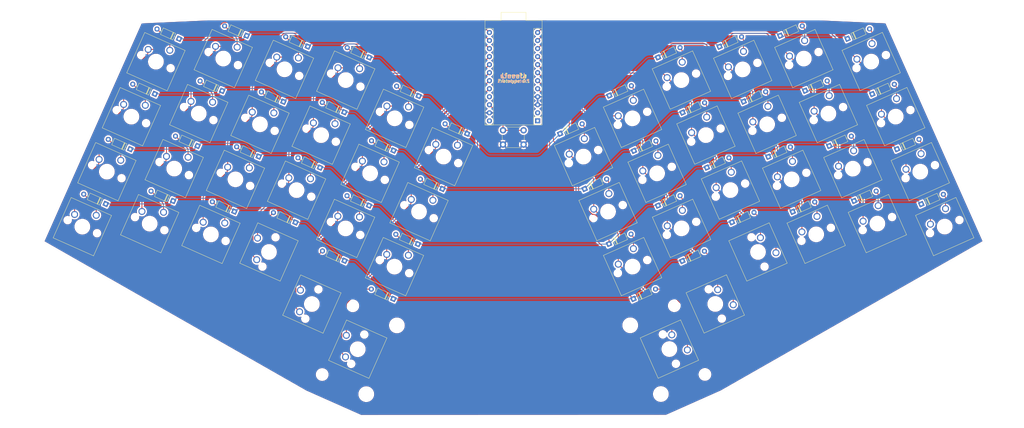
<source format=kicad_pcb>
(kicad_pcb (version 20211014) (generator pcbnew)
  (title_block (title "Lineata") (date "2021-08-02") (rev "0.1"))
  (layers (0 "F.Cu" signal) (31 "B.Cu" signal) (34 "B.Paste" user) (35 "F.Paste" user) (36 "B.SilkS" user "B.Silkscreen") (37 "F.SilkS" user "F.Silkscreen") (38 "B.Mask" user) (39 "F.Mask" user) (44 "Edge.Cuts" user))
  (net 0 "")
  (net 1 "Net-(D1-Pad2)")
  (net 2 "Net-(D1-Pad1)")
  (net 3 "Net-(D2-Pad2)")
  (net 4 "Net-(D10-Pad1)")
  (net 5 "Net-(D3-Pad2)")
  (net 6 "Net-(D11-Pad1)")
  (net 7 "Net-(D4-Pad2)")
  (net 8 "Net-(D12-Pad1)")
  (net 9 "Net-(D5-Pad2)")
  (net 10 "Net-(D6-Pad2)")
  (net 11 "Net-(D7-Pad2)")
  (net 12 "Net-(D8-Pad2)")
  (net 13 "Net-(D9-Pad2)")
  (net 14 "Net-(D10-Pad2)")
  (net 15 "Net-(D11-Pad2)")
  (net 16 "Net-(D12-Pad2)")
  (net 17 "Net-(D13-Pad2)")
  (net 18 "Net-(D14-Pad2)")
  (net 19 "Net-(D15-Pad2)")
  (net 20 "Net-(D16-Pad2)")
  (net 21 "Net-(D17-Pad2)")
  (net 22 "Net-(D18-Pad2)")
  (net 23 "Net-(D19-Pad2)")
  (net 24 "Net-(D20-Pad2)")
  (net 25 "Net-(D21-Pad2)")
  (net 26 "Net-(D22-Pad2)")
  (net 27 "Net-(D23-Pad2)")
  (net 28 "Net-(D24-Pad2)")
  (net 29 "Net-(D25-Pad2)")
  (net 30 "Net-(D26-Pad2)")
  (net 31 "Net-(D27-Pad2)")
  (net 32 "Net-(D28-Pad2)")
  (net 33 "Net-(D29-Pad2)")
  (net 34 "Net-(D30-Pad2)")
  (net 35 "Net-(D31-Pad2)")
  (net 36 "Net-(D32-Pad2)")
  (net 37 "Net-(D33-Pad2)")
  (net 38 "Net-(D34-Pad2)")
  (net 39 "Net-(D35-Pad2)")
  (net 40 "Net-(D36-Pad2)")
  (net 41 "Net-(D37-Pad2)")
  (net 42 "Net-(D38-Pad2)")
  (net 43 "Net-(D39-Pad2)")
  (net 44 "Net-(D40-Pad2)")
  (net 45 "Net-(D41-Pad2)")
  (net 46 "Net-(D42-Pad2)")
  (net 47 "Net-(D43-Pad2)")
  (net 48 "Net-(D44-Pad2)")
  (net 49 "Net-(D45-Pad2)")
  (net 50 "Net-(D46-Pad2)")
  (net 51 "Net-(D47-Pad2)")
  (net 52 "Net-(D48-Pad2)")
  (net 53 "Net-(SW1-Pad2)")
  (net 54 "Net-(SW5-Pad2)")
  (net 55 "Net-(SW10-Pad2)")
  (net 56 "GND")
  (net 57 "Net-(U1-Pad24)")
  (net 58 "Net-(U1-Pad2)")
  (net 59 "Net-(U1-Pad1)")
  (net 60 "Net-(SW13-Pad2)")
  (net 61 "Net-(SW17-Pad2)")
  (net 62 "Net-(SW21-Pad2)")
  (net 63 "Net-(SW25-Pad2)")
  (net 64 "Net-(SW29-Pad2)")
  (net 65 "Net-(SW33-Pad2)")
  (net 66 "Net-(SW37-Pad2)")
  (net 67 "Net-(SW41-Pad2)")
  (net 68 "Net-(SW45-Pad2)")
  (net 69 "Net-(SW49-Pad2)")
  (net 70 "Net-(U1-Pad21)")
  (footprint "Diode_THT:D_DO-35_SOD27_P7.62mm_Horizontal" (layer "F.Cu") (at 86.6775 112.014 156)
    (fp_text reference "D2" hide)
    (fp_text value "D")
  )
  (footprint "Diode_THT:D_DO-35_SOD27_P7.62mm_Horizontal" (layer "F.Cu") (at 78.9305 129.4765 156)
    (fp_text reference "D3" hide)
    (fp_text value "D")
  )
  (footprint "Diode_THT:D_DO-35_SOD27_P7.62mm_Horizontal" (layer "F.Cu") (at 71.1835 146.812 156)
    (fp_text reference "D4" hide)
    (fp_text value "D")
  )
  (footprint "Diode_THT:D_DO-35_SOD27_P7.62mm_Horizontal" (layer "F.Cu") (at 115.697 93.599 156)
    (fp_text reference "D5" hide)
    (fp_text value "D")
  )
  (footprint "Diode_THT:D_DO-35_SOD27_P7.62mm_Horizontal" (layer "F.Cu") (at 107.95 111.0361 156)
    (fp_text reference "D6" hide)
    (fp_text value "D")
  )
  (footprint "Diode_THT:D_DO-35_SOD27_P7.62mm_Horizontal" (layer "F.Cu") (at 100.1776 128.4605 156)
    (fp_text reference "D7" hide)
    (fp_text value "D")
  )
  (footprint "Diode_THT:D_DO-35_SOD27_P7.62mm_Horizontal" (layer "F.Cu") (at 92.456 145.8595 156)
    (fp_text reference "D8" hide)
    (fp_text value "D")
  )
  (footprint "Diode_THT:D_DO-35_SOD27_P7.62mm_Horizontal" (layer "F.Cu") (at 135.001 97.028 156)
    (fp_text reference "D9" hide)
    (fp_text value "D")
  )
  (footprint "Diode_THT:D_DO-35_SOD27_P7.62mm_Horizontal" (layer "F.Cu") (at 127.3175 114.4905 156)
    (fp_text reference "D10" hide)
    (fp_text value "D")
  )
  (footprint "Diode_THT:D_DO-35_SOD27_P7.62mm_Horizontal" (layer "F.Cu") (at 111.8235 149.225 156)
    (fp_text reference "D12" hide)
    (fp_text value "D")
  )
  (footprint "Diode_THT:D_DO-35_SOD27_P7.62mm_Horizontal" (layer "F.Cu") (at 154.432 100.457 156)
    (fp_text reference "D13" hide)
    (fp_text value "D")
  )
  (footprint "Diode_THT:D_DO-35_SOD27_P7.62mm_Horizontal" (layer "F.Cu") (at 146.558 117.7925 156)
    (fp_text reference "D14" hide)
    (fp_text value "D")
  )
  (footprint "Diode_THT:D_DO-35_SOD27_P7.62mm_Horizontal" (layer "F.Cu") (at 138.8745 135.3185 156)
    (fp_text reference "D15" hide)
    (fp_text value "D")
  )
  (footprint "Diode_THT:D_DO-35_SOD27_P7.62mm_Horizontal" (layer "F.Cu") (at 131.1275 152.654 156)
    (fp_text reference "D16" hide)
    (fp_text value "D")
  )
  (footprint "Diode_THT:D_DO-35_SOD27_P7.62mm_Horizontal" (layer "F.Cu") (at 170.053 112.649 156)
    (fp_text reference "D17" hide)
    (fp_text value "D")
  )
  (footprint "Diode_THT:D_DO-35_SOD27_P7.62mm_Horizontal" (layer "F.Cu") (at 162.1155 129.921 156)
    (fp_text reference "D18" hide)
    (fp_text value "D")
  )
  (footprint "Diode_THT:D_DO-35_SOD27_P7.62mm_Horizontal" (layer "F.Cu") (at 154.3685 147.32 156)
    (fp_text reference "D19" hide)
    (fp_text value "D")
  )
  (footprint "Diode_THT:D_DO-35_SOD27_P7.62mm_Horizontal" (layer "F.Cu") (at 146.6215 164.7825 156)
    (fp_text reference "D20" hide)
    (fp_text value "D")
  )
  (footprint "Diode_THT:D_DO-35_SOD27_P7.62mm_Horizontal" (layer "F.Cu") (at 185.3565 124.587 156)
    (fp_text reference "D21" hide)
    (fp_text value "D")
  )
  (footprint "Diode_THT:D_DO-35_SOD27_P7.62mm_Horizontal" (layer "F.Cu") (at 177.546 142.0495 156)
    (fp_text reference "D22" hide)
    (fp_text value "D")
  )
  (footprint "Diode_THT:D_DO-35_SOD27_P7.62mm_Horizontal" (layer "F.Cu") (at 169.799 159.512 156)
    (fp_text reference "D23" hide)
    (fp_text value "D")
  )
  (footprint "Diode_THT:D_DO-35_SOD27_P7.62mm_Horizontal" (layer "F.Cu") (at 162.052 176.8475 156)
    (fp_text reference "D24" hide)
    (fp_text value "D")
  )
  (footprint "Diode_THT:D_DO-35_SOD27_P7.62mm_Horizontal" (layer "F.Cu") (at 214.737 124.587846 24)
    (fp_text reference "D25" hide)
    (fp_text value "D")
  )
  (footprint "Diode_THT:D_DO-35_SOD27_P7.62mm_Horizontal" (layer "F.Cu") (at 222.484 142.0495 24)
    (fp_text reference "D26" hide)
    (fp_text value "D")
  )
  (footprint "Diode_THT:D_DO-35_SOD27_P7.62mm_Horizontal" (layer "F.Cu") (at 230.1875 159.4485 24)
    (fp_text reference "D27" hide)
    (fp_text value "D")
  )
  (footprint "Diode_THT:D_DO-35_SOD27_P7.62mm_Horizontal" (layer "F.Cu") (at 237.9145 176.8475 24)
    (fp_text reference "D28" hide)
    (fp_text value "D")
  )
  (footprint "Diode_THT:D_DO-35_SOD27_P7.62mm_Horizontal" (layer "F.Cu") (at 230.2915 112.522 24)
    (fp_text reference "D29" hide)
    (fp_text value "D")
  )
  (footprint "Diode_THT:D_DO-35_SOD27_P7.62mm_Horizontal" (layer "F.Cu") (at 238.0615 130.003846 24)
    (fp_text reference "D30" hide)
    (fp_text value "D")
  )
  (footprint "Diode_THT:D_DO-35_SOD27_P7.62mm_Horizontal" (layer "F.Cu") (at 245.6815 147.32 24)
    (fp_text reference "D31" hide)
    (fp_text value "D")
  )
  (footprint "Diode_THT:D_DO-35_SOD27_P7.62mm_Horizontal" (layer "F.Cu") (at 253.365 164.846 24)
    (fp_text reference "D32" hide)
    (fp_text value "D")
  )
  (footprint "Diode_THT:D_DO-35_SOD27_P7.62mm_Horizontal" (layer "F.Cu") (at 245.6815 100.453846 24)
    (fp_text reference "D33" hide)
    (fp_text value "D")
  )
  (footprint "Diode_THT:D_DO-35_SOD27_P7.62mm_Horizontal" (layer "F.Cu") (at 253.4285 117.903846 24)
    (fp_text reference "D34" hide)
    (fp_text value "D")
  )
  (footprint "Diode_THT:D_DO-35_SOD27_P7.62mm_Horizontal" (layer "F.Cu") (at 261.112 135.303846 24)
    (fp_text reference "D35" hide)
    (fp_text value "D")
  )
  (footprint "Diode_THT:D_DO-35_SOD27_P7.62mm_Horizontal" (layer "F.Cu") (at 269.0415 152.5905 24)
    (fp_text reference "D36" hide)
    (fp_text value "D" hide)
  )
  (footprint "Diode_THT:D_DO-35_SOD27_P7.62mm_Horizontal" (layer "F.Cu") (at 265.1125 97.053846 24)
    (fp_text reference "D37" hide)
    (fp_text value "D")
  )
  (footprint "Diode_THT:D_DO-35_SOD27_P7.62mm_Horizontal" (layer "F.Cu") (at 272.7325 114.427 24)
    (fp_text reference "D38" hide)
    (fp_text value "D")
  )
  (footprint "Diode_THT:D_DO-35_SOD27_P7.62mm_Horizontal" (layer "F.Cu") (at 280.5415 131.8895 24)
    (fp_text reference "D39" hide)
    (fp_text value "D")
  )
  (footprint "Diode_THT:D_DO-35_SOD27_P7.62mm_Horizontal" (layer "F.Cu") (at 288.2265 149.2885 24)
    (fp_text reference "D40" hide)
    (fp_text value "D")
  )
  (footprint "Diode_THT:D_DO-35_SOD27_P7.62mm_Horizontal" (layer "F.Cu") (at 284.2895 93.599 24)
    (fp_text reference "D41" hide)
    (fp_text value "D")
  )
  (footprint "Diode_THT:D_DO-35_SOD27_P7.62mm_Horizontal" (layer "F.Cu") (at 292.1635 110.998 24)
    (fp_text reference "D42" hide)
    (fp_text value "D")
  )
  (footprint "Diode_THT:D_DO-35_SOD27_P7.62mm_Horizontal" (layer "F.Cu") (at 299.7835 128.4605 24)
    (fp_text reference "D43" hide)
    (fp_text value "D")
  )
  (footprint "Diode_THT:D_DO-35_SOD27_P7.62mm_Horizontal" (layer "F.Cu") (at 307.6415 145.8595 24)
    (fp_text reference "D44" hide)
    (fp_text value "D")
  )
  (footprint "Diode_THT:D_DO-35_SOD27_P7.62mm_Horizontal" (layer "F.Cu") (at 305.562 94.5515 24)
    (fp_text reference "D45" hide)
    (fp_text value "D")
  )
  (footprint "Diode_THT:D_DO-35_SOD27_P7.62mm_Horizontal" (layer "F.Cu") (at 313.3725 112.053846 24)
    (fp_text reference "D46" hide)
    (fp_text value "D")
  )
  (footprint "Diode_THT:D_DO-35_SOD27_P7.62mm_Horizontal" (layer "F.Cu") (at 321.183 129.4765 24)
    (fp_text reference "D47" hide)
    (fp_text value "D")
  )
  (footprint "Diode_THT:D_DO-35_SOD27_P7.62mm_Horizontal" (layer "F.Cu") (at 328.8665 146.8755 24)
    (fp_text reference "D48" hide)
    (fp_text value "D")
  )
  (footprint "Custom Libraries & Footprints:SW_Cherry_MX_1.00u_PCB" (layer "F.Cu") (at 83.673 115.5955 -24)
    (fp_text reference "SW2" hide)
    (fp_text value "SW_Push")
  )
  (footprint "Custom Libraries & Footprints:SW_Cherry_MX_1.00u_PCB" (layer "F.Cu") (at 75.923 132.9955 -24)
    (fp_text reference "SW3" hide)
    (fp_text value "SW_Push")
  )
  (footprint "Custom Libraries & Footprints:SW_Cherry_MX_1.00u_PCB" (layer "F.Cu") (at 68.173 150.3955 -24)
    (fp_text reference "SW4" hide)
    (fp_text value "SW_Push")
  )
  (footprint "Custom Libraries & Footprints:SW_Cherry_MX_1.00u_PCB" (layer "F.Cu") (at 112.698 97.2205 -24)
    (fp_text reference "SW5" hide)
    (fp_text value "SW_Push")
  )
  (footprint "Custom Libraries & Footprints:SW_Cherry_MX_1.00u_PCB" (layer "F.Cu") (at 104.948 114.6205 -24)
    (fp_text reference "SW6" hide)
    (fp_text value "SW_Push")
  )
  (footprint "Custom Libraries & Footprints:SW_Cherry_MX_1.00u_PCB" (layer "F.Cu") (at 97.198 132.0205 -24)
    (fp_text reference "SW7" hide)
    (fp_text value "SW_Push")
  )
  (footprint "Custom Libraries & Footprints:SW_Cherry_MX_1.00u_PCB" (layer "F.Cu") (at 89.448 149.4455 -24)
    (fp_text reference "SW8" hide)
    (fp_text value "SW_Push")
  )
  (footprint "Custom Libraries & Footprints:SW_Cherry_MX_1.00u_PCB" (layer "F.Cu") (at 132.048 100.6205 -24)
    (fp_text reference "SW9" hide)
    (fp_text value "SW_Push")
  )
  (footprint "Custom Libraries & Footprints:SW_Cherry_MX_1.00u_PCB" (layer "F.Cu") (at 124.298 118.0205 -24)
    (fp_text reference "SW10" hide)
    (fp_text value "SW_Push")
  )
  (footprint "Custom Libraries & Footprints:SW_Cherry_MX_1.00u_PCB" (layer "F.Cu") (at 116.548 135.4205 -24)
    (fp_text reference "SW11" hide)
    (fp_text value "SW_Push")
  )
  (footprint "Custom Libraries & Footprints:SW_Cherry_MX_1.00u_PCB" (layer "F.Cu") (at 108.798 152.8455 -24)
    (fp_text reference "SW12" hide)
    (fp_text value "SW_Push")
  )
  (footprint "Custom Libraries & Footprints:SW_Cherry_MX_1.00u_PCB" (layer "F.Cu") (at 151.398 104.0205 -24)
    (fp_text reference "SW13" hide)
    (fp_text value "SW_Push")
  )
  (footprint "Custom Libraries & Footprints:SW_Cherry_MX_1.00u_PCB" (layer "F.Cu") (at 143.623 121.4455 -24)
    (fp_text reference "SW14" hide)
    (fp_text value "SW_Push")
  )
  (footprint "Custom Libraries & Footprints:SW_Cherry_MX_1.00u_PCB" (layer "F.Cu") (at 135.873 138.8378 -24)
    (fp_text reference "SW15" hide)
    (fp_text value "SW_Push")
  )
  (footprint "Custom Libraries & Footprints:SW_Cherry_MX_1.00u_PCB" (layer "F.Cu") (at 166.848 116.1205 -24)
    (fp_text reference "SW17" hide)
    (fp_text value "SW_Push")
  )
  (footprint "Custom Libraries & Footprints:SW_Cherry_MX_1.00u_PCB" (layer "F.Cu") (at 159.098 133.5205 -24)
    (fp_text reference "SW18" hide)
    (fp_text value "SW_Push")
  )
  (footprint "Custom Libraries & Footprints:SW_Cherry_MX_1.00u_PCB" (layer "F.Cu") (at 151.348 150.9455 -24)
    (fp_text reference "SW19" hide)
    (fp_text value "SW_Push")
  )
  (footprint "Custom Libraries & Footprints:Sparkfun_Pro_Micro" (layer "F.Cu") (at 207.645 120.523 180)
    (fp_text reference "U1" hide)
    (fp_text value "Sparkfun_Pro_Micro")
  )
  (footprint "Diode_THT:D_DO-35_SOD27_P7.62mm_Horizontal" (layer "F.Cu") (at 94.3356 94.5769 156)
    (fp_text reference "D1" hide)
    (fp_text value "D")
  )
  (footprint "Custom Libraries & Footprints:SW_Cherry_MX_1.00u_PCB" (layer "F.Cu") (at 91.423 98.1955 -24)
    (fp_text reference "SW1" hide)
    (fp_text value "SW_Push")
  )
  (footprint "Custom Libraries & Footprints:SW_Cherry_MX_1.75u_PCB" (layer "F.Cu") (at 132.698 174.0955 66)
    (fp_text reference "SW20" hide)
    (fp_text value "SW_Push")
  )
  (footprint "Custom Libraries & Footprints:SW_Cherry_MX_1.00u_PCB" (layer "F.Cu") (at 182.298 128.2205 -24)
    (fp_text reference "SW21" hide)
    (fp_text value "SW_Push")
  )
  (footprint "Custom Libraries & Footprints:SW_Cherry_MX_1.00u_PCB" (layer "F.Cu") (at 174.548 145.6455 -24)
    (fp_text reference "SW22" hide)
    (fp_text value "SW_Push")
  )
  (footprint "Custom Libraries & Footprints:SW_Cherry_MX_1.00u_PCB" (layer "F.Cu") (at 166.798 163.0378 -24)
    (fp_text reference "SW23" hide)
    (fp_text value "SW_Push")
  )
  (footprint "Custom Libraries & Footprints:SW_Cherry_MX_2.00u_PCB" (layer "F.Cu") (at 147.198 188.3705 66)
    (fp_text reference "SW24" hide)
    (fp_text value "SW_Push")
  )
  (footprint "Custom Libraries & Footprints:SW_Cherry_MX_1.00u_PCB" (layer "F.Cu") (at 222.3915 126.153846 24)
    (fp_text reference "SW25" hide)
    (fp_text value "SW_Push")
  )
  (footprint "Custom Libraries & Footprints:SW_Cherry_MX_1.00u_PCB" (layer "F.Cu") (at 230.1415 143.553846 24)
    (fp_text reference "SW26" hide)
    (fp_text value "SW_Push")
  )
  (footprint "Custom Libraries & Footprints:SW_Cherry_MX_1.00u_PCB" (layer "F.Cu") (at 237.8915 160.953846 24)
    (fp_text reference "SW27" hide)
    (fp_text value "SW_Push")
  )
  (footprint "Custom Libraries & Footprints:SW_Cherry_MX_2.00u_PCB" (layer "F.Cu") (at 254.9415 192.978846 -66)
    (fp_text reference "SW28" hide)
    (fp_text value "SW_Push")
  )
  (footprint "Custom Libraries & Footprints:SW_Cherry_MX_1.00u_PCB" (layer "F.Cu") (at 237.8665 114.053846 24)
    (fp_text reference "SW29" hide)
    (fp_text value "SW_Push")
  )
  (footprint "Custom Libraries & Footprints:SW_Cherry_MX_1.00u_PCB" (layer "F.Cu") (at 245.6415 131.453846 24)
    (fp_text reference "SW30" hide)
    (fp_text value "SW_Push")
  )
  (footprint "Custom Libraries & Footprints:SW_Cherry_MX_1.00u_PCB" (layer "F.Cu") (at 253.3665 148.853846 24)
    (fp_text reference "SW31" hide)
    (fp_text value "SW_Push")
  )
  (footprint "Custom Libraries & Footprints:SW_Cherry_MX_1.75u_PCB" (layer "F.Cu") (at 269.4415 178.703846 -66)
    (fp_text reference "SW32" hide)
    (fp_text value "SW_Push")
  )
  (footprint "Custom Libraries & Footprints:SW_Cherry_MX_1.00u_PCB" (layer "F.Cu") (at 253.3165 101.953846 24)
    (fp_text reference "SW33" hide)
    (fp_text value "SW_Push")
  )
  (footprint "Custom Libraries & Footprints:SW_Cherry_MX_1.00u_PCB" (layer "F.Cu") (at 261.0665 119.353846 24)
    (fp_text reference "SW34" hide)
    (fp_text value "SW_Push")
  )
  (footprint "Custom Libraries & Footprints:SW_Cherry_MX_1.00u_PCB" (layer "F.Cu") (at 268.8165 136.753846 24)
    (fp_text reference "SW35" hide)
    (fp_text value "SW_Push")
  )
  (footprint "Custom Libraries & Footprints:SW_Cherry_MX_1.00u_PCB" (layer "F.Cu") (at 272.6815 98.573846 24)
    (fp_text reference "SW37" hide)
    (fp_text value "SW_Push")
  )
  (footprint "Custom Libraries & Footprints:SW_Cherry_MX_1.00u_PCB" (layer "F.Cu") (at 280.4065 115.948846 24)
    (fp_text reference "SW38" hide)
    (fp_text value "SW_Push")
  )
  (footprint "Custom Libraries & Footprints:SW_Cherry_MX_1.00u_PCB" (layer "F.Cu") (at 288.1565 133.348846 24)
    (fp_text reference "SW39" hide)
    (fp_text value "SW_Push")
  )
  (footprint "Custom Libraries & Footprints:SW_Cherry_MX_1.00u_PCB" (layer "F.Cu") (at 295.9065 150.748846 24)
    (fp_text reference "SW40" hide)
    (fp_text value "SW_Push")
  )
  (footprint "Custom Libraries & Footprints:SW_Cherry_MX_1.00u_PCB" (layer "F.Cu") (at 292.0065 95.148846 24)
    (fp_text reference "SW41" hide)
    (fp_text value "SW_Push")
  )
  (footprint "Custom Libraries & Footprints:SW_Cherry_MX_1.00u_PCB" (layer "F.Cu") (at 299.7665 112.553846 24)
    (fp_text reference "SW42" hide)
    (fp_text value "SW_Push")
  )
  (footprint "Custom Libraries & Footprints:SW_Cherry_MX_1.00u_PCB" (layer "F.Cu") (at 307.4915 129.978846 24)
    (fp_text reference "SW43" hide)
    (fp_text value "SW_Push")
  )
  (footprint "Custom Libraries & Footprints:SW_Cherry_MX_1.00u_PCB" (layer "F.Cu") (at 315.2415 147.353846 24)
    (fp_text reference "SW44" hide)
    (fp_text value "SW_Push")
  )
  (footprint "Custom Libraries & Footprints:SW_Cherry_MX_1.00u_PCB" (layer "F.Cu") (at 313.2915 96.103846 24)
    (fp_text reference "SW45" hide)
    (fp_text value "SW_Push")
  )
  (footprint "Custom Libraries & Footprints:SW_Cherry_MX_1.00u_PCB" (layer "F.Cu") (at 321.0415 113.503846 24)
    (fp_text reference "SW46" hide)
    (fp_text value "SW_Push")
  )
  (footprint "Custom Libraries & Footprints:SW_Cherry_MX_1.00u_PCB" (layer "F.Cu") (at 328.7915 130.928846 24)
    (fp_text reference "SW47" hide)
    (fp_text value "SW_Push")
  )
  (footprint "Custom Libraries & Footprints:SW_Cherry_MX_1.00u_PCB" (layer "F.Cu") (at 336.5165 148.303846 24)
    (fp_text reference "SW48" hide)
    (fp_text value "SW_Push")
  )
  (footprint "Custom Libraries & Footprints:SW_Cherry_MX_1.25u_PCB" (layer "F.Cu") (at 119.148 157.6205 66)
    (fp_text reference "SW16" hide)
    (fp_text value "SW_Push")
  )
  (footprint "Custom Libraries & Footprints:SW_Cherry_MX_1.25u_PCB" (layer "F.Cu") (at 282.9415 162.253846 -66)
    (fp_text reference "SW36" hide)
    (fp_text value "SW_Push")
  )
  (footprint "Diode_THT:D_DO-35_SOD27_P7.62mm_Horizontal" (layer "F.Cu") (at 119.507 131.826 156)
    (fp_text reference "D11" hide)
    (fp_text value "D")
  )
  (footprint "Button_Switch_THT:SW_PUSH_6mm" (layer "F.Cu") (at 203.2 128.016 180)
    (fp_text reference "SW49" hide)
    (fp_text value "SW_Push")
  )
  (gr_line (start 82.209018 89.227513) (end 51.210685 158.830554) (layer "Edge.Cuts") (width 0.01))
  (gr_line (start 248.314391 214.00187) (end 265.717432 206.253537) (layer "Edge.Cuts") (width 0.01))
  (gr_line (start 296.579671 88.247081) (end 103.484018 88.252513) (layer "Edge.Cuts") (width 0.01))
  (gr_line (start 134.355846 206.286002) (end 151.758887 214.034335) (layer "Edge.Cuts") (width 0.01))
  (gr_line (start 265.717432 206.253537) (end 348.838004 158.805122) (layer "Edge.Cuts") (width 0.01))
  (gr_line (start 317.864671 89.202081) (end 296.579671 88.247081) (layer "Edge.Cuts") (width 0.01))
  (gr_line (start 348.838004 158.805122) (end 317.864671 89.202081) (layer "Edge.Cuts") (width 0.01))
  (gr_line (start 151.758887 214.034335) (end 248.314391 214.00187) (layer "Edge.Cuts") (width 0.01))
  (gr_line (start 51.210685 158.830554) (end 134.355846 206.286002) (layer "Edge.Cuts") (width 0.01))
  (gr_line (start 103.484018 88.252513) (end 82.209018 89.227513) (layer "Edge.Cuts") (width 0.01))
  (gr_text "Lineata" (at 199.8345 106.299) (layer "B.SilkS") (effects (font (size 1.5 1.5) (thickness 0.3) italic) (justify mirror)))
  (gr_text "Prototype 0.1" (at 200.025 107.95) (layer "B.SilkS") (effects (font (size 1 1) (thickness 0.2) italic) (justify mirror)))
  (gr_text "Prototype 0.1" (at 200.0885 107.95) (layer "F.SilkS") (effects (font (size 1 1) (thickness 0.2) italic)))
  (gr_text "Lineata" (at 200.152 106.299) (layer "F.SilkS") (effects (font (size 1.5 1.5) (thickness 0.3) italic)))
  (segment (start 90.951442 95.054625) (end 87.374384 91.477567) (width 0.25) (layer "F.Cu") (net 1))
  (segment (start 91.423 96.193067) (end 91.423 98.1955) (width 0.25) (layer "F.Cu") (net 1))
  (arc (start 91.423 96.193067) (mid 91.300446 95.576947) (end 90.951442 95.054625) (width 0.25) (layer "F.Cu") (net 1))
  (segment (start 185.828058 114.399942) (end 192.405 107.823) (width 0.25) (layer "F.Cu") (net 2))
  (segment (start 185.3565 115.538384) (end 185.3565 124.587) (width 0.25) (layer "F.Cu") (net 2))
  (arc (start 185.828058 114.399942) (mid 185.479054 114.922264) (end 185.3565 115.538384) (width 0.25) (layer "F.Cu") (net 2))
  (segment (start 135.324776 96.704224) (end 135.162888 96.866112) (width 0.25) (layer "B.Cu") (net 2))
  (segment (start 170.053 112.649) (end 158.332558 100.928558) (width 0.25) (layer "B.Cu") (net 2))
  (segment (start 305.205903 94.195403) (end 305.562 94.5515) (width 0.25) (layer "B.Cu") (net 2))
  (segment (start 264.936112 96.877458) (end 264.759724 96.70107) (width 0.25) (layer "B.Cu") (net 2))
  (segment (start 245.6815 100.453846) (end 249.434276 96.70107) (width 0.25) (layer "B.Cu") (net 2))
  (segment (start 131.248224 93.275224) (end 134.839112 96.866112) (width 0.25) (layer "B.Cu") (net 2))
  (segment (start 284.227077 93.536577) (end 284.351922 93.661422) (width 0.25) (layer "B.Cu") (net 2))
  (segment (start 115.858888 93.437112) (end 115.535112 93.760888) (width 0.25) (layer "B.Cu") (net 2))
  (segment (start 157.194116 100.457) (end 154.432 100.457) (width 0.25) (layer "B.Cu") (net 2))
  (segment (start 230.2915 112.522) (end 241.888096 100.925404) (width 0.25) (layer "B.Cu") (net 2))
  (segment (start 250.572718 96.229512) (end 263.621282 96.229512) (width 0.25) (layer "B.Cu") (net 2))
  (segment (start 245.6815 100.453846) (end 243.026538 100.453846) (width 0.25) (layer "B.Cu") (net 2))
  (segment (start 214.737 124.587846) (end 208.478404 130.846442) (width 0.25) (layer "B.Cu") (net 2))
  (segment (start 173.890058 113.120558) (end 185.3565 124.587) (width 0.25) (layer "B.Cu") (net 2))
  (segment (start 192.754384 131.318) (end 207.339962 131.318) (width 0.25) (layer "B.Cu") (net 2))
  (segment (start 214.737 124.587846) (end 226.331288 112.993558) (width 0.25) (layer "B.Cu") (net 2))
  (segment (start 116.020776 93.275224) (end 115.858888 93.437112) (width 0.25) (layer "B.Cu") (net 2))
  (segment (start 282.853128 92.829512) (end 270.003718 92.829512) (width 0.25) (layer "B.Cu") (net 2))
  (segment (start 170.053 112.649) (end 172.751616 112.649) (width 0.25) (layer "B.Cu") (net 2))
  (segment (start 283.99157 93.30107) (end 284.227077 93.536577) (width 0.25) (layer "B.Cu") (net 2))
  (segment (start 230.2915 112.522) (end 227.46973 112.522) (width 0.25) (layer "B.Cu") (net 2))
  (segment (start 114.052216 94.5769) (end 94.3356 94.5769) (width 0.25) (layer "B.Cu") (net 2))
  (segment (start 136.463218 96.232666) (end 149.540782 96.232666) (width 0.25) (layer "B.Cu") (net 2))
  (segment (start 115.535112 93.760888) (end 115.190658 94.105342) (width 0.25) (layer "B.Cu") (net 2))
  (segment (start 130.109782 92.803666) (end 117.159218 92.803666) (width 0.25) (layer "B.Cu") (net 2))
  (segment (start 284.502623 93.723845) (end 304.067461 93.723845) (width 0.25) (layer "B.Cu") (net 2))
  (segment (start 268.865276 93.30107) (end 265.288888 96.877458) (width 0.25) (layer "B.Cu") (net 2))
  (segment (start 191.615942 130.846442) (end 185.3565 124.587) (width 0.25) (layer "B.Cu") (net 2))
  (segment (start 150.679224 96.704224) (end 154.432 100.457) (width 0.25) (layer "B.Cu") (net 2))
  (arc (start 305.205903 94.195403) (mid 304.683581 93.846399) (end 304.067461 93.723845) (width 0.25) (layer "B.Cu") (net 2))
  (arc (start 130.109782 92.803666) (mid 130.725902 92.92622) (end 131.248224 93.275224) (width 0.25) (layer "B.Cu") (net 2))
  (arc (start 134.839112 96.866112) (mid 135.001 96.933168) (end 135.162888 96.866112) (width 0.25) (layer "B.Cu") (net 2))
  (arc (start 158.332558 100.928558) (mid 157.810236 100.579554) (end 157.194116 100.457) (width 0.25) (layer "B.Cu") (net 2))
  (arc (start 173.890058 113.120558) (mid 173.367736 112.771554) (end 172.751616 112.649) (width 0.25) (layer "B.Cu") (net 2))
  (arc (start 208.478404 130.846442) (mid 207.956082 131.195446) (end 207.339962 131.318) (width 0.25) (layer "B.Cu") (net 2))
  (arc (start 264.936112 96.877458) (mid 265.1125 96.95052) (end 265.288888 96.877458) (width 0.25) (layer "B.Cu") (net 2))
  (arc (start 150.679224 96.704224) (mid 150.156902 96.35522) (end 149.540782 96.232666) (width 0.25) (layer "B.Cu") (net 2))
  (arc (start 243.026538 100.453846) (mid 242.410418 100.5764) (end 241.888096 100.925404) (width 0.25) (layer "B.Cu") (net 2))
  (arc (start 136.463218 96.232666) (mid 135.847098 96.35522) (end 135.324776 96.704224) (width 0.25) (layer "B.Cu") (net 2))
  (arc (start 114.052216 94.5769) (mid 114.668336 94.454346) (end 115.190658 94.105342) (width 0.25) (layer "B.Cu") (net 2))
  (arc (start 191.615942 130.846442) (mid 192.138264 131.195446) (end 192.754384 131.318) (width 0.25) (layer "B.Cu") (net 2))
  (arc (start 284.351922 93.661422) (mid 284.421064 93.707621) (end 284.502623 93.723845) (width 0.25) (layer "B.Cu") (net 2))
  (arc (start 282.853128 92.829512) (mid 283.469248 92.952066) (end 283.99157 93.30107) (width 0.25) (layer "B.Cu") (net 2))
  (arc (start 227.46973 112.522) (mid 226.85361 112.644554) (end 226.331288 112.993558) (width 0.25) (layer "B.Cu") (net 2))
  (arc (start 263.621282 96.229512) (mid 264.237402 96.352066) (end 264.759724 96.70107) (width 0.25) (layer "B.Cu") (net 2))
  (arc (start 268.865276 93.30107) (mid 269.387598 92.952066) (end 270.003718 92.829512) (width 0.25) (layer "B.Cu") (net 2))
  (arc (start 116.020776 93.275224) (mid 116.543098 92.92622) (end 117.159218 92.803666) (width 0.25) (layer "B.Cu") (net 2))
  (arc (start 249.434276 96.70107) (mid 249.956598 96.352066) (end 250.572718 96.229512) (width 0.25) (layer "B.Cu") (net 2))
  (segment (start 83.673 113.538267) (end 83.673 115.5955) (width 0.25) (layer "F.Cu") (net 3))
  (segment (start 83.201442 112.399825) (end 79.716284 108.914667) (width 0.25) (layer "F.Cu") (net 3))
  (arc (start 83.673 113.538267) (mid 83.550446 112.922147) (end 83.201442 112.399825) (width 0.25) (layer "F.Cu") (net 3))
  (segment (start 188.595 130.333616) (end 188.595 114.839884) (width 0.25) (layer "F.Cu") (net 4))
  (segment (start 189.066558 113.701442) (end 192.405 110.363) (width 0.25) (layer "F.Cu") (net 4))
  (segment (start 188.123442 131.472058) (end 177.546 142.0495) (width 0.25) (layer "F.Cu") (net 4))
  (arc (start 189.066558 113.701442) (mid 188.717554 114.223764) (end 188.595 114.839884) (width 0.25) (layer "F.Cu") (net 4))
  (arc (start 188.123442 131.472058) (mid 188.472446 130.949736) (end 188.595 130.333616) (width 0.25) (layer "F.Cu") (net 4))
  (segment (start 146.558 117.7925) (end 149.320116 117.7925) (width 0.25) (layer "B.Cu") (net 4))
  (segment (start 165.889058 130.392558) (end 177.546 142.0495) (width 0.25) (layer "B.Cu") (net 4))
  (segment (start 127.542888 114.265112) (end 127.768276 114.039724) (width 0.25) (layer "B.Cu") (net 4))
  (segment (start 277.623718 110.202666) (end 290.701282 110.202666) (width 0.25) (layer "B.Cu") (net 4))
  (segment (start 127.092112 114.265112) (end 123.564724 110.737724) (width 0.25) (layer "B.Cu") (net 4))
  (segment (start 164.750616 129.921) (end 162.1155 129.921) (width 0.25) (layer "B.Cu") (net 4))
  (segment (start 249.689942 118.375404) (end 238.0615 130.003846) (width 0.25) (layer "B.Cu") (net 4))
  (segment (start 234.058096 130.475404) (end 222.484 142.0495) (width 0.25) (layer "B.Cu") (net 4))
  (segment (start 222.484 142.0495) (end 177.546 142.0495) (width 0.25) (layer "B.Cu") (net 4))
  (segment (start 250.828384 117.903846) (end 253.4285 117.903846) (width 0.25) (layer "B.Cu") (net 4))
  (segment (start 122.426282 110.266166) (end 109.386818 110.266166) (width 0.25) (layer "B.Cu") (net 4))
  (segment (start 108.248376 110.737724) (end 108.099188 110.886912) (width 0.25) (layer "B.Cu") (net 4))
  (segment (start 238.0615 130.003846) (end 235.196538 130.003846) (width 0.25) (layer "B.Cu") (net 4))
  (segment (start 272.45657 114.15107) (end 272.594535 114.289035) (width 0.25) (layer "B.Cu") (net 4))
  (segment (start 108.099188 110.886912) (end 107.800812 111.185288) (width 0.25) (layer "B.Cu") (net 4))
  (segment (start 146.558 117.7925) (end 142.805224 114.039724) (width 0.25) (layer "B.Cu") (net 4))
  (segment (start 312.788212 111.469558) (end 313.3725 112.053846) (width 0.25) (layer "B.Cu") (net 4))
  (segment (start 271.318128 113.679512) (end 258.319718 113.679512) (width 0.25) (layer "B.Cu") (net 4))
  (segment (start 292.001612 110.836112) (end 291.839724 110.674224) (width 0.25) (layer "B.Cu") (net 4))
  (segment (start 106.305216 112.014) (end 86.6775 112.014) (width 0.25) (layer "B.Cu") (net 4))
  (segment (start 276.485276 110.674224) (end 272.870465 114.289035) (width 0.25) (layer "B.Cu") (net 4))
  (segment (start 107.800812 111.185288) (end 107.443658 111.542442) (width 0.25) (layer "B.Cu") (net 4))
  (segment (start 292.392444 110.998) (end 311.64977 110.998) (width 0.25) (layer "B.Cu") (net 4))
  (segment (start 257.181276 114.15107) (end 253.4285 117.903846) (width 0.25) (layer "B.Cu") (net 4))
  (segment (start 150.458558 118.264058) (end 162.1155 129.921) (width 0.25) (layer "B.Cu") (net 4))
  (segment (start 128.906718 113.568166) (end 141.666782 113.568166) (width 0.25) (layer "B.Cu") (net 4))
  (arc (start 291.839724 110.674224) (mid 291.317402 110.32522) (end 290.701282 110.202666) (width 0.25) (layer "B.Cu") (net 4))
  (arc (start 150.458558 118.264058) (mid 149.936236 117.915054) (end 149.320116 117.7925) (width 0.25) (layer "B.Cu") (net 4))
  (arc (start 249.689942 118.375404) (mid 250.212264 118.0264) (end 250.828384 117.903846) (width 0.25) (layer "B.Cu") (net 4))
  (arc (start 312.788212 111.469558) (mid 312.26589 111.120554) (end 311.64977 110.998) (width 0.25) (layer "B.Cu") (net 4))
  (arc (start 292.001612 110.836112) (mid 292.180927 110.955926) (end 292.392444 110.998) (width 0.25) (layer "B.Cu") (net 4))
  (arc (start 108.248376 110.737724) (mid 108.770698 110.38872) (end 109.386818 110.266166) (width 0.25) (layer "B.Cu") (net 4))
  (arc (start 127.092112 114.265112) (mid 127.3175 114.35847) (end 127.542888 114.265112) (width 0.25) (layer "B.Cu") (net 4))
  (arc (start 106.305216 112.014) (mid 106.921336 111.891446) (end 107.443658 111.542442) (width 0.25) (layer "B.Cu") (net 4))
  (arc (start 276.485276 110.674224) (mid 277.007598 110.32522) (end 277.623718 110.202666) (width 0.25) (layer "B.Cu") (net 4))
  (arc (start 258.319718 113.679512) (mid 257.703598 113.802066) (end 257.181276 114.15107) (width 0.25) (layer "B.Cu") (net 4))
  (arc (start 272.594535 114.289035) (mid 272.7325 114.346181) (end 272.870465 114.289035) (width 0.25) (layer "B.Cu") (net 4))
  (arc (start 122.426282 110.266166) (mid 123.042402 110.38872) (end 123.564724 110.737724) (width 0.25) (layer "B.Cu") (net 4))
  (arc (start 272.45657 114.15107) (mid 271.934248 113.802066) (end 271.318128 113.679512) (width 0.25) (layer "B.Cu") (net 4))
  (arc (start 127.768276 114.039724) (mid 128.290598 113.69072) (end 128.906718 113.568166) (width 0.25) (layer "B.Cu") (net 4))
  (arc (start 165.889058 130.392558) (mid 165.366736 130.043554) (end 164.750616 129.921) (width 0.25) (layer "B.Cu") (net 4))
  (arc (start 142.805224 114.039724) (mid 142.282902 113.69072) (end 141.666782 113.568166) (width 0.25) (layer "B.Cu") (net 4))
  (arc (start 234.058096 130.475404) (mid 234.580418 130.1264) (end 235.196538 130.003846) (width 0.25) (layer "B.Cu") (net 4))
  (segment (start 75.923 130.997767) (end 75.923 132.9955) (width 0.25) (layer "F.Cu") (net 5))
  (segment (start 75.451442 129.859325) (end 71.969284 126.377167) (width 0.25) (layer "F.Cu") (net 5))
  (arc (start 75.451442 129.859325) (mid 75.800446 130.381647) (end 75.923 130.997767) (width 0.25) (layer "F.Cu") (net 5))
  (segment (start 230.1875 155.162866) (end 230.1875 159.4485) (width 0.25) (layer "F.Cu") (net 6))
  (segment (start 215.011 134.207116) (end 215.011 130.016384) (width 0.25) (layer "F.Cu") (net 6))
  (segment (start 226.282065 150.590547) (end 229.715942 154.024424) (width 0.25) (layer "F.Cu") (net 6))
  (segment (start 207.788787 107.966787) (end 212.126442 112.304442) (width 0.25) (layer "F.Cu") (net 6))
  (segment (start 220.127442 139.990442) (end 215.482558 135.345558) (width 0.25) (layer "F.Cu") (net 6))
  (segment (start 207.848346 107.823) (end 208.051692 107.823) (width 0.25) (layer "F.Cu") (net 6))
  (segment (start 221.070558 146.267558) (end 221.096583 146.293583) (width 0.25) (layer "F.Cu") (net 6))
  (segment (start 225.143623 150.118989) (end 225.035089 150.118989) (width 0.25) (layer "F.Cu") (net 6))
  (segment (start 220.599 141.128884) (end 220.599 145.129116) (width 0.25) (layer "F.Cu") (net 6))
  (segment (start 221.104378 146.296812) (end 224.849809 150.042243) (width 0.25) (layer "F.Cu") (net 6))
  (segment (start 212.598 126.269616) (end 212.598 113.442884) (width 0.25) (layer "F.Cu") (net 6))
  (segment (start 213.069558 127.408058) (end 214.539442 128.877942) (width 0.25) (layer "F.Cu") (net 6))
  (arc (start 212.598 126.269616) (mid 212.720554 126.885736) (end 213.069558 127.408058) (width 0.25) (layer "F.Cu") (net 6))
  (arc (start 212.598 113.442884) (mid 212.475446 112.826764) (end 212.126442 112.304442) (width 0.25) (layer "F.Cu") (net 6))
  (arc (start 207.848346 107.823) (mid 207.770528 107.874995) (end 207.788787 107.966787) (width 0.25) (layer "F.Cu") (net 6))
  (arc (start 226.282065 150.590547) (mid 225.759743 150.241543) (end 225.143623 150.118989) (width 0.25) (layer "F.Cu") (net 6))
  (arc (start 220.599 145.129116) (mid 220.721554 145.745236) (end 221.070558 146.267558) (width 0.25) (layer "F.Cu") (net 6))
  (arc (start 221.104378 146.296812) (mid 221.10259 146.295617) (end 221.100481 146.295198) (width 0.25) (layer "F.Cu") (net 6))
  (arc (start 220.599 141.128884) (mid 220.476446 140.512764) (end 220.127442 139.990442) (width 0.25) (layer "F.Cu") (net 6))
  (arc (start 230.1875 155.162866) (mid 230.064946 154.546746) (end 229.715942 154.024424) (width 0.25) (layer "F.Cu") (net 6))
  (arc (start 221.096583 146.293583) (mid 221.098371 146.294778) (end 221.100481 146.295198) (width 0.25) (layer "F.Cu") (net 6))
  (arc (start 224.849809 150.042243) (mid 224.934816 150.099043) (end 225.035089 150.118989) (width 0.25) (layer "F.Cu") (net 6))
  (arc (start 215.011 134.207116) (mid 215.133554 134.823236) (end 215.482558 135.345558) (width 0.25) (layer "F.Cu") (net 6))
  (arc (start 214.539442 128.877942) (mid 214.888446 129.400264) (end 215.011 130.016384) (width 0.25) (layer "F.Cu") (net 6))
  (segment (start 320.731903 129.025403) (end 321.183 129.4765) (width 0.25) (layer "B.Cu") (net 6))
  (segment (start 280.372285 131.720285) (end 280.20307 131.55107) (width 0.25) (layer "B.Cu") (net 6))
  (segment (start 119.376862 131.695862) (end 115.754224 128.073224) (width 0.25) (layer "B.Cu") (net 6))
  (segment (start 230.21925 159.41675) (end 230.15575 159.48025) (width 0.25) (layer "B.Cu") (net 6))
  (segment (start 138.8745 135.3185) (end 141.700116 135.3185) (width 0.25) (layer "B.Cu") (net 6))
  (segment (start 257.226096 135.775404) (end 245.6815 147.32) (width 0.25) (layer "B.Cu") (net 6))
  (segment (start 154.3685 147.32) (end 156.940116 147.32) (width 0.25) (layer "B.Cu") (net 6))
  (segment (start 154.3685 147.32) (end 142.838558 135.790058) (width 0.25) (layer "B.Cu") (net 6))
  (segment (start 119.637138 131.695862) (end 119.767276 131.565724) (width 0.25) (layer "B.Cu") (net 6))
  (segment (start 99.983962 128.654138) (end 99.633158 129.004942) (width 0.25) (layer "B.Cu") (net 6))
  (segment (start 284.294276 128.136724) (end 280.710715 131.720285) (width 0.25) (layer "B.Cu") (net 6))
  (segment (start 169.799 159.512) (end 230.079098 159.512) (width 0.25) (layer "B.Cu") (net 6))
  (segment (start 299.459724 128.136724) (end 299.736827 128.413827) (width 0.25) (layer "B.Cu") (net 6))
  (segment (start 100.371238 128.266862) (end 100.564876 128.073224) (width 0.25) (layer "B.Cu") (net 6))
  (segment (start 101.703318 127.601666) (end 114.615782 127.601666) (width 0.25) (layer "B.Cu") (net 6))
  (segment (start 100.371238 128.266862) (end 99.983962 128.654138) (width 0.25) (layer "B.Cu") (net 6))
  (segment (start 120.905718 131.094166) (end 133.983282 131.094166) (width 0.25) (layer "B.Cu") (net 6))
  (segment (start 266.003218 131.079512) (end 279.064628 131.079512) (width 0.25) (layer "B.Cu") (net 6))
  (segment (start 319.593461 128.553845) (end 299.942849 128.553845) (width 0.25) (layer "B.Cu") (net 6))
  (segment (start 98.494716 129.4765) (end 78.9305 129.4765) (width 0.25) (layer "B.Cu") (net 6))
  (segment (start 138.8745 135.3185) (end 135.121724 131.565724) (width 0.25) (layer "B.Cu") (net 6))
  (segment (start 230.21925 159.41675) (end 241.844442 147.791558) (width 0.25) (layer "B.Cu") (net 6))
  (segment (start 264.864776 131.55107) (end 261.112 135.303846) (width 0.25) (layer "B.Cu") (net 6))
  (segment (start 299.736827 128.413827) (end 299.830172 128.507172) (width 0.25) (layer "B.Cu") (net 6))
  (segment (start 261.112 135.303846) (end 258.364538 135.303846) (width 0.25) (layer "B.Cu") (net 6))
  (segment (start 242.982884 147.32) (end 245.6815 147.32) (width 0.25) (layer "B.Cu") (net 6))
  (segment (start 298.321282 127.665166) (end 285.432718 127.665166) (width 0.25) (layer "B.Cu") (net 6))
  (segment (start 169.799 159.512) (end 158.078558 147.791558) (width 0.25) (layer "B.Cu") (net 6))
  (arc (start 230.15575 159.48025) (mid 230.120581 159.503748) (end 230.079098 159.512) (width 0.25) (layer "B.Cu") (net 6))
  (arc (start 320.731903 129.025403) (mid 320.209581 128.676399) (end 319.593461 128.553845) (width 0.25) (layer "B.Cu") (net 6))
  (arc (start 257.226096 135.775404) (mid 257.748418 135.4264) (end 258.364538 135.303846) (width 0.25) (layer "B.Cu") (net 6))
  (arc (start 299.459724 128.136724) (mid 298.937402 127.78772) (end 298.321282 127.665166) (width 0.25) (layer "B.Cu") (net 6))
  (arc (start 115.754224 128.073224) (mid 115.231902 127.72422) (end 114.615782 127.601666) (width 0.25) (layer "B.Cu") (net 6))
  (arc (start 280.372285 131.720285) (mid 280.5415 131.790376) (end 280.710715 131.720285) (width 0.25) (layer "B.Cu") (net 6))
  (arc (start 101.703318 127.601666) (mid 101.087198 127.72422) (end 100.564876 128.073224) (width 0.25) (layer "B.Cu") (net 6))
  (arc (start 284.294276 128.136724) (mid 284.816598 127.78772) (end 285.432718 127.665166) (width 0.25) (layer "B.Cu") (net 6))
  (arc (start 135.121724 131.565724) (mid 134.599402 131.21672) (end 133.983282 131.094166) (width 0.25) (layer "B.Cu") (net 6))
  (arc (start 156.940116 147.32) (mid 157.556236 147.442554) (end 158.078558 147.791558) (width 0.25) (layer "B.Cu") (net 6))
  (arc (start 142.838558 135.790058) (mid 142.316236 135.441054) (end 141.700116 135.3185) (width 0.25) (layer "B.Cu") (net 6))
  (arc (start 299.830172 128.507172) (mid 299.881868 128.541715) (end 299.942849 128.553845) (width 0.25) (layer "B.Cu") (net 6))
  (arc (start 279.064628 131.079512) (mid 279.680748 131.202066) (end 280.20307 131.55107) (width 0.25) (layer "B.Cu") (net 6))
  (arc (start 242.982884 147.32) (mid 242.366764 147.442554) (end 241.844442 147.791558) (width 0.25) (layer "B.Cu") (net 6))
  (arc (start 119.376862 131.695862) (mid 119.507 131.749766) (end 119.637138 131.695862) (width 0.25) (layer "B.Cu") (net 6))
  (arc (start 120.905718 131.094166) (mid 120.289598 131.21672) (end 119.767276 131.565724) (width 0.25) (layer "B.Cu") (net 6))
  (arc (start 264.864776 131.55107) (mid 265.387098 131.202066) (end 266.003218 131.079512) (width 0.25) (layer "B.Cu") (net 6))
  (arc (start 98.494716 129.4765) (mid 99.110836 129.353946) (end 99.633158 129.004942) (width 0.25) (layer "B.Cu") (net 6))
  (segment (start 68.173 148.330267) (end 68.173 150.3955) (width 0.25) (layer "F.Cu") (net 7))
  (segment (start 67.701442 147.191825) (end 64.222284 143.712667) (width 0.25) (layer "F.Cu") (net 7))
  (arc (start 68.173 148.330267) (mid 68.050446 147.714147) (end 67.701442 147.191825) (width 0.25) (layer "F.Cu") (net 7))
  (segment (start 231.675058 170.608058) (end 237.9145 176.8475) (width 0.25) (layer "F.Cu") (net 8))
  (segment (start 231.2035 163.925384) (end 231.2035 169.469616) (width 0.25) (layer "F.Cu") (net 8))
  (segment (start 214.530058 136.044058) (end 219.301942 140.815942) (width 0.25) (layer "F.Cu") (net 8))
  (segment (start 211.455 114.839884) (end 211.455 129.000116) (width 0.25) (layer "F.Cu") (net 8))
  (segment (start 226.595058 158.650058) (end 230.731942 162.786942) (width 0.25) (layer "F.Cu") (net 8))
  (segment (start 219.7735 141.954384) (end 219.7735 147.097616) (width 0.25) (layer "F.Cu") (net 8))
  (segment (start 226.1235 157.511616) (end 226.1235 154.781384) (width 0.25) (layer "F.Cu") (net 8))
  (segment (start 210.983442 113.701442) (end 207.645 110.363) (width 0.25) (layer "F.Cu") (net 8))
  (segment (start 225.651942 153.642942) (end 220.245058 148.236058) (width 0.25) (layer "F.Cu") (net 8))
  (segment (start 211.926558 130.138558) (end 213.586942 131.798942) (width 0.25) (layer "F.Cu") (net 8))
  (segment (start 214.0585 132.937384) (end 214.0585 134.905616) (width 0.25) (layer "F.Cu") (net 8))
  (arc (start 214.0585 132.937384) (mid 213.935946 132.321264) (end 213.586942 131.798942) (width 0.25) (layer "F.Cu") (net 8))
  (arc (start 231.2035 169.469616) (mid 231.326054 170.085736) (end 231.675058 170.608058) (width 0.25) (layer "F.Cu") (net 8))
  (arc (start 226.1235 157.511616) (mid 226.246054 158.127736) (end 226.595058 158.650058) (width 0.25) (layer "F.Cu") (net 8))
  (arc (start 214.530058 136.044058) (mid 214.181054 135.521736) (end 214.0585 134.905616) (width 0.25) (layer "F.Cu") (net 8))
  (arc (start 211.455 114.839884) (mid 211.332446 114.223764) (end 210.983442 113.701442) (width 0.25) (layer "F.Cu") (net 8))
  (arc (start 219.7735 141.954384) (mid 219.650946 141.338264) (end 219.301942 140.815942) (width 0.25) (layer "F.Cu") (net 8))
  (arc (start 211.455 129.000116) (mid 211.577554 129.616236) (end 211.926558 130.138558) (width 0.25) (layer "F.Cu") (net 8))
  (arc (start 220.245058 148.236058) (mid 219.896054 147.713736) (end 219.7735 147.097616) (width 0.25) (layer "F.Cu") (net 8))
  (arc (start 231.2035 163.925384) (mid 231.080946 163.309264) (end 230.731942 162.786942) (width 0.25) (layer "F.Cu") (net 8))
  (arc (start 225.651942 153.642942) (mid 226.000946 154.165264) (end 226.1235 154.781384) (width 0.25) (layer "F.Cu") (net 8))
  (segment (start 266.287384 152.5905) (end 269.0415 152.5905) (width 0.25) (layer "B.Cu") (net 8))
  (segment (start 307.479612 145.697612) (end 307.317724 145.535724) (width 0.25) (layer "B.Cu") (net 8))
  (segment (start 108.070724 145.472224) (end 111.661612 149.063112) (width 0.25) (layer "B.Cu") (net 8))
  (segment (start 92.649638 145.665862) (end 92.843276 145.472224) (width 0.25) (layer "B.Cu") (net 8))
  (segment (start 328.322058 146.331058) (end 328.8665 146.8755) (width 0.25) (layer "B.Cu") (net 8))
  (segment (start 150.458558 165.254058) (end 162.052 176.8475) (width 0.25) (layer "B.Cu") (net 8))
  (segment (start 106.932282 145.000666) (end 93.981718 145.000666) (width 0.25) (layer "B.Cu") (net 8))
  (segment (start 131.1275 152.654) (end 133.826116 152.654) (width 0.25) (layer "B.Cu") (net 8))
  (segment (start 134.964558 153.125558) (end 146.6215 164.7825) (width 0.25) (layer "B.Cu") (net 8))
  (segment (start 131.1275 152.654) (end 127.374724 148.901224) (width 0.25) (layer "B.Cu") (net 8))
  (segment (start 149.320116 164.7825) (end 146.6215 164.7825) (width 0.25) (layer "B.Cu") (net 8))
  (segment (start 126.236282 148.429666) (end 113.285718 148.429666) (width 0.25) (layer "B.Cu") (net 8))
  (segment (start 92.262362 146.053138) (end 91.975058 146.340442) (width 0.25) (layer "B.Cu") (net 8))
  (segment (start 306.179282 145.064166) (end 293.117718 145.064166) (width 0.25) (layer "B.Cu") (net 8))
  (segment (start 92.649638 145.665862) (end 92.262362 146.053138) (width 0.25) (layer "B.Cu") (net 8))
  (segment (start 112.147276 148.901224) (end 111.985388 149.063112) (width 0.25) (layer "B.Cu") (net 8))
  (segment (start 253.365 164.846) (end 250.582884 164.846) (width 0.25) (layer "B.Cu") (net 8))
  (segment (start 249.444442 165.317558) (end 237.9145 176.8475) (width 0.25) (layer "B.Cu") (net 8))
  (segment (start 265.148942 153.062058) (end 253.365 164.846) (width 0.25) (layer "B.Cu") (net 8))
  (segment (start 272.794276 148.837724) (end 269.0415 152.5905) (width 0.25) (layer "B.Cu") (net 8))
  (segment (start 287.775724 148.837724) (end 288.001112 149.063112) (width 0.25) (layer "B.Cu") (net 8))
  (segment (start 286.637282 148.366166) (end 273.932718 148.366166) (width 0.25) (layer "B.Cu") (net 8))
  (segment (start 291.979276 145.535724) (end 288.451888 149.063112) (width 0.25) (layer "B.Cu") (net 8))
  (segment (start 307.870444 145.8595) (end 327.183616 145.8595) (width 0.25) (layer "B.Cu") (net 8))
  (segment (start 162.052 176.8475) (end 237.9145 176.8475) (width 0.25) (layer "B.Cu") (net 8))
  (segment (start 90.836616 146.812) (end 71.1835 146.812) (width 0.25) (layer "B.Cu") (net 8))
  (arc (start 111.661612 149.063112) (mid 111.8235 149.130168) (end 111.985388 149.063112) (width 0.25) (layer "B.Cu") (net 8))
  (arc (start 272.794276 148.837724) (mid 273.316598 148.48872) (end 273.932718 148.366166) (width 0.25) (layer "B.Cu") (net 8))
  (arc (start 90.836616 146.812) (mid 91.452736 146.689446) (end 91.975058 146.340442) (width 0.25) (layer "B.Cu") (net 8))
  (arc (start 93.981718 145.000666) (mid 93.365598 145.12322) (end 92.843276 145.472224) (width 0.25) (layer "B.Cu") (net 8))
  (arc (start 112.147276 148.901224) (mid 112.669598 148.55222) (end 113.285718 148.429666) (width 0.25) (layer "B.Cu") (net 8))
  (arc (start 134.964558 153.125558) (mid 134.442236 152.776554) (end 133.826116 152.654) (width 0.25) (layer "B.Cu") (net 8))
  (arc (start 265.148942 153.062058) (mid 265.671264 152.713054) (end 266.287384 152.5905) (width 0.25) (layer "B.Cu") (net 8))
  (arc (start 288.001112 149.063112) (mid 288.2265 149.15647) (end 288.451888 149.063112) (width 0.25) (layer "B.Cu") (net 8))
  (arc (start 108.070724 145.472224) (mid 107.548402 145.12322) (end 106.932282 145.000666) (width 0.25) (layer "B.Cu") (net 8))
  (arc (start 149.320116 164.7825) (mid 149.936236 164.905054) (end 150.458558 165.254058) (width 0.25) (layer "B.Cu") (net 8))
  (arc (start 287.775724 148.837724) (mid 287.253402 148.48872) (end 286.637282 148.366166) (width 0.25) (layer "B.Cu") (net 8))
  (arc (start 291.979276 145.535724) (mid 292.501598 145.18672) (end 293.117718 145.064166) (width 0.25) (layer "B.Cu") (net 8))
  (arc (start 249.444442 165.317558) (mid 249.966764 164.968554) (end 250.582884 164.846) (width 0.25) (layer "B.Cu") (net 8))
  (arc (start 328.322058 146.331058) (mid 327.799736 145.982054) (end 327.183616 145.8595) (width 0.25) (layer "B.Cu") (net 8))
  (arc (start 126.236282 148.429666) (mid 126.852402 148.55222) (end 127.374724 148.901224) (width 0.25) (layer "B.Cu") (net 8))
  (arc (start 306.179282 145.064166) (mid 306.795402 145.18672) (end 307.317724 145.535724) (width 0.25) (layer "B.Cu") (net 8))
  (arc (start 307.479612 145.697612) (mid 307.658927 145.817426) (end 307.870444 145.8595) (width 0.25) (layer "B.Cu") (net 8))
  (segment (start 112.698 95.128767) (end 112.698 97.2205) (width 0.25) (layer "F.Cu") (net 9))
  (segment (start 112.226442 93.990325) (end 108.735784 90.499667) (width 0.25) (layer "F.Cu") (net 9))
  (arc (start 112.698 95.128767) (mid 112.575446 94.512647) (end 112.226442 93.990325) (width 0.25) (layer "F.Cu") (net 9))
  (segment (start 104.476442 111.424425) (end 100.988784 107.936767) (width 0.25) (layer "F.Cu") (net 10))
  (segment (start 104.948 112.562867) (end 104.948 114.6205) (width 0.25) (layer "F.Cu") (net 10))
  (arc (start 104.476442 111.424425) (mid 104.825446 111.946747) (end 104.948 112.562867) (width 0.25) (layer "F.Cu") (net 10))
  (segment (start 96.726442 128.871225) (end 93.216384 125.361167) (width 0.25) (layer "F.Cu") (net 11))
  (segment (start 97.198 130.009667) (end 97.198 132.0205) (width 0.25) (layer "F.Cu") (net 11))
  (arc (start 96.726442 128.871225) (mid 97.075446 129.393547) (end 97.198 130.009667) (width 0.25) (layer "F.Cu") (net 11))
  (segment (start 89.448 147.380267) (end 89.448 149.4455) (width 0.25) (layer "F.Cu") (net 12))
  (segment (start 88.976442 146.241825) (end 85.494784 142.760167) (width 0.25) (layer "F.Cu") (net 12))
  (arc (start 88.976442 146.241825) (mid 89.325446 146.764147) (end 89.448 147.380267) (width 0.25) (layer "F.Cu") (net 12))
  (segment (start 132.048 98.603767) (end 132.048 100.6205) (width 0.25) (layer "F.Cu") (net 13))
  (segment (start 131.576442 97.465325) (end 128.039784 93.928667) (width 0.25) (layer "F.Cu") (net 13))
  (arc (start 131.576442 97.465325) (mid 131.925446 97.987647) (end 132.048 98.603767) (width 0.25) (layer "F.Cu") (net 13))
  (segment (start 124.298 115.999767) (end 124.298 118.0205) (width 0.25) (layer "F.Cu") (net 14))
  (segment (start 123.826442 114.861325) (end 120.356284 111.391167) (width 0.25) (layer "F.Cu") (net 14))
  (arc (start 124.298 115.999767) (mid 124.175446 115.383647) (end 123.826442 114.861325) (width 0.25) (layer "F.Cu") (net 14))
  (segment (start 116.548 133.395767) (end 116.548 135.4205) (width 0.25) (layer "F.Cu") (net 15))
  (segment (start 116.076442 132.257325) (end 112.545784 128.726667) (width 0.25) (layer "F.Cu") (net 15))
  (arc (start 116.076442 132.257325) (mid 116.425446 132.779647) (end 116.548 133.395767) (width 0.25) (layer "F.Cu") (net 15))
  (segment (start 108.798 150.728267) (end 108.798 152.8455) (width 0.25) (layer "F.Cu") (net 16))
  (segment (start 108.326442 149.589825) (end 104.862284 146.125667) (width 0.25) (layer "F.Cu") (net 16))
  (arc (start 108.798 150.728267) (mid 108.675446 150.112147) (end 108.326442 149.589825) (width 0.25) (layer "F.Cu") (net 16))
  (segment (start 151.398 101.951767) (end 151.398 104.0205) (width 0.25) (layer "F.Cu") (net 17))
  (segment (start 150.926442 100.813325) (end 147.470784 97.357667) (width 0.25) (layer "F.Cu") (net 17))
  (arc (start 151.398 101.951767) (mid 151.275446 101.335647) (end 150.926442 100.813325) (width 0.25) (layer "F.Cu") (net 17))
  (segment (start 143.151442 118.247825) (end 139.596784 114.693167) (width 0.25) (layer "F.Cu") (net 18))
  (segment (start 143.623 119.386267) (end 143.623 121.4455) (width 0.25) (layer "F.Cu") (net 18))
  (arc (start 143.151442 118.247825) (mid 143.500446 118.770147) (end 143.623 119.386267) (width 0.25) (layer "F.Cu") (net 18))
  (segment (start 135.401442 135.707325) (end 131.913284 132.219167) (width 0.25) (layer "F.Cu") (net 19))
  (segment (start 135.873 136.845767) (end 135.873 138.8378) (width 0.25) (layer "F.Cu") (net 19))
  (arc (start 135.401442 135.707325) (mid 135.750446 136.229647) (end 135.873 136.845767) (width 0.25) (layer "F.Cu") (net 19))
  (segment (start 119.619558 154.101393) (end 124.166284 149.554667) (width 0.25) (layer "F.Cu") (net 20))
  (segment (start 119.148 155.239835) (end 119.148 157.6205) (width 0.25) (layer "F.Cu") (net 20))
  (arc (start 119.148 155.239835) (mid 119.270554 154.623715) (end 119.619558 154.101393) (width 0.25) (layer "F.Cu") (net 20))
  (segment (start 166.376442 112.834325) (end 163.091784 109.549667) (width 0.25) (layer "F.Cu") (net 21))
  (segment (start 166.848 113.972767) (end 166.848 116.1205) (width 0.25) (layer "F.Cu") (net 21))
  (arc (start 166.848 113.972767) (mid 166.725446 113.356647) (end 166.376442 112.834325) (width 0.25) (layer "F.Cu") (net 21))
  (segment (start 159.098 131.432267) (end 159.098 133.5205) (width 0.25) (layer "F.Cu") (net 22))
  (segment (start 158.626442 130.293825) (end 155.154284 126.821667) (width 0.25) (layer "F.Cu") (net 22))
  (arc (start 159.098 131.432267) (mid 158.975446 130.816147) (end 158.626442 130.293825) (width 0.25) (layer "F.Cu") (net 22))
  (segment (start 150.876442 147.689825) (end 147.407284 144.220667) (width 0.25) (layer "F.Cu") (net 23))
  (segment (start 151.348 148.828267) (end 151.348 150.9455) (width 0.25) (layer "F.Cu") (net 23))
  (arc (start 150.876442 147.689825) (mid 151.225446 148.212147) (end 151.348 148.828267) (width 0.25) (layer "F.Cu") (net 23))
  (segment (start 133.169558 168.173893) (end 139.660284 161.683167) (width 0.25) (layer "F.Cu") (net 24))
  (segment (start 132.698 169.312335) (end 132.698 174.0955) (width 0.25) (layer "F.Cu") (net 24))
  (arc (start 133.169558 168.173893) (mid 132.820554 168.696215) (end 132.698 169.312335) (width 0.25) (layer "F.Cu") (net 24))
  (segment (start 181.826442 124.918825) (end 178.395284 121.487667) (width 0.25) (layer "F.Cu") (net 25))
  (segment (start 182.298 126.057267) (end 182.298 128.2205) (width 0.25) (layer "F.Cu") (net 25))
  (arc (start 182.298 126.057267) (mid 182.175446 125.441147) (end 181.826442 124.918825) (width 0.25) (layer "F.Cu") (net 25))
  (segment (start 174.548 143.580267) (end 174.548 145.6455) (width 0.25) (layer "F.Cu") (net 26))
  (segment (start 174.076442 142.441825) (end 170.584784 138.950167) (width 0.25) (layer "F.Cu") (net 26))
  (arc (start 174.076442 142.441825) (mid 174.425446 142.964147) (end 174.548 143.580267) (width 0.25) (layer "F.Cu") (net 26))
  (segment (start 166.798 161.039767) (end 166.798 163.0378) (width 0.25) (layer "F.Cu") (net 27))
  (segment (start 166.326442 159.901325) (end 162.837784 156.412667) (width 0.25) (layer "F.Cu") (net 27))
  (arc (start 166.798 161.039767) (mid 166.675446 160.423647) (end 166.326442 159.901325) (width 0.25) (layer "F.Cu") (net 27))
  (segment (start 152.470543 173.748167) (end 155.090784 173.748167) (width 0.25) (layer "F.Cu") (net 28))
  (segment (start 147.198 179.02071) (end 147.198 188.3705) (width 0.25) (layer "F.Cu") (net 28))
  (segment (start 147.669558 177.882268) (end 151.332101 174.219725) (width 0.25) (layer "F.Cu") (net 28))
  (arc (start 147.669558 177.882268) (mid 147.320554 178.40459) (end 147.198 179.02071) (width 0.25) (layer "F.Cu") (net 28))
  (arc (start 151.332101 174.219725) (mid 151.854423 173.870721) (end 152.470543 173.748167) (width 0.25) (layer "F.Cu") (net 28))
  (segment (start 221.919942 121.710239) (end 221.698216 121.488513) (width 0.25) (layer "F.Cu") (net 29))
  (segment (start 222.3915 122.848681) (end 222.3915 126.153846) (width 0.25) (layer "F.Cu") (net 29))
  (arc (start 221.919942 121.710239) (mid 222.268946 122.232561) (end 222.3915 122.848681) (width 0.25) (layer "F.Cu") (net 29))
  (segment (start 229.669942 139.174893) (end 229.445216 138.950167) (width 0.25) (layer "F.Cu") (net 30))
  (segment (start 230.1415 140.313335) (end 230.1415 143.553846) (width 0.25) (layer "F.Cu") (net 30))
  (arc (start 229.669942 139.174893) (mid 230.018946 139.697215) (end 230.1415 140.313335) (width 0.25) (layer "F.Cu") (net 30))
  (segment (start 237.8915 157.758835) (end 237.8915 160.953846) (width 0.25) (layer "F.Cu") (net 31))
  (segment (start 237.419942 156.620393) (end 237.148716 156.349167) (width 0.25) (layer "F.Cu") (net 31))
  (arc (start 237.8915 157.758835) (mid 237.768946 157.142715) (end 237.419942 156.620393) (width 0.25) (layer "F.Cu") (net 31))
  (segment (start 247.6352 173.748167) (end 244.875716 173.748167) (width 0.25) (layer "F.Cu") (net 32))
  (segment (start 254.9415 181.054467) (end 254.9415 192.978846) (width 0.25) (layer "F.Cu") (net 32))
  (segment (start 254.469942 179.916025) (end 248.773642 174.219725) (width 0.25) (layer "F.Cu") (net 32))
  (arc (start 254.469942 179.916025) (mid 254.818946 180.438347) (end 254.9415 181.054467) (width 0.25) (layer "F.Cu") (net 32))
  (arc (start 247.6352 173.748167) (mid 248.25132 173.870721) (end 248.773642 174.219725) (width 0.25) (layer "F.Cu") (net 32))
  (segment (start 237.8665 110.703335) (end 237.8665 114.053846) (width 0.25) (layer "F.Cu") (net 33))
  (segment (start 237.394942 109.564893) (end 237.252716 109.422667) (width 0.25) (layer "F.Cu") (net 33))
  (arc (start 237.394942 109.564893) (mid 237.743946 110.087215) (end 237.8665 110.703335) (width 0.25) (layer "F.Cu") (net 33))
  (segment (start 245.169942 127.051739) (end 245.022716 126.904513) (width 0.25) (layer "F.Cu") (net 34))
  (segment (start 245.6415 128.190181) (end 245.6415 131.453846) (width 0.25) (layer "F.Cu") (net 34))
  (arc (start 245.6415 128.190181) (mid 245.518946 127.574061) (end 245.169942 127.051739) (width 0.25) (layer "F.Cu") (net 34))
  (segment (start 253.3665 145.611335) (end 253.3665 148.853846) (width 0.25) (layer "F.Cu") (net 35))
  (segment (start 252.894942 144.472893) (end 252.642716 144.220667) (width 0.25) (layer "F.Cu") (net 35))
  (arc (start 252.894942 144.472893) (mid 253.243946 144.995215) (end 253.3665 145.611335) (width 0.25) (layer "F.Cu") (net 35))
  (segment (start 268.969942 170.390393) (end 260.326216 161.746667) (width 0.25) (layer "F.Cu") (net 36))
  (segment (start 269.4415 171.528835) (end 269.4415 178.703846) (width 0.25) (layer "F.Cu") (net 36))
  (arc (start 268.969942 170.390393) (mid 269.318946 170.912715) (end 269.4415 171.528835) (width 0.25) (layer "F.Cu") (net 36))
  (segment (start 253.3165 98.695181) (end 253.3165 101.953846) (width 0.25) (layer "F.Cu") (net 37))
  (segment (start 252.844942 97.556739) (end 252.642716 97.354513) (width 0.25) (layer "F.Cu") (net 37))
  (arc (start 252.844942 97.556739) (mid 253.193946 98.079061) (end 253.3165 98.695181) (width 0.25) (layer "F.Cu") (net 37))
  (segment (start 260.594942 115.009739) (end 260.389716 114.804513) (width 0.25) (layer "F.Cu") (net 38))
  (segment (start 261.0665 116.148181) (end 261.0665 119.353846) (width 0.25) (layer "F.Cu") (net 38))
  (arc (start 260.594942 115.009739) (mid 260.943946 115.532061) (end 261.0665 116.148181) (width 0.25) (layer "F.Cu") (net 38))
  (segment (start 268.344942 132.476239) (end 268.073216 132.204513) (width 0.25) (layer "F.Cu") (net 39))
  (segment (start 268.8165 133.614681) (end 268.8165 136.753846) (width 0.25) (layer "F.Cu") (net 39))
  (arc (start 268.344942 132.476239) (mid 268.693946 132.998561) (end 268.8165 133.614681) (width 0.25) (layer "F.Cu") (net 39))
  (segment (start 282.469942 155.958393) (end 276.002716 149.491167) (width 0.25) (layer "F.Cu") (net 40))
  (segment (start 282.9415 157.096835) (end 282.9415 162.253846) (width 0.25) (layer "F.Cu") (net 40))
  (arc (start 282.469942 155.958393) (mid 282.818946 156.480715) (end 282.9415 157.096835) (width 0.25) (layer "F.Cu") (net 40))
  (segment (start 272.6815 95.229181) (end 272.6815 98.573846) (width 0.25) (layer "F.Cu") (net 41))
  (segment (start 272.209942 94.090739) (end 272.073716 93.954513) (width 0.25) (layer "F.Cu") (net 41))
  (arc (start 272.209942 94.090739) (mid 272.558946 94.613061) (end 272.6815 95.229181) (width 0.25) (layer "F.Cu") (net 41))
  (segment (start 279.934942 111.568893) (end 279.693716 111.327667) (width 0.25) (layer "F.Cu") (net 42))
  (segment (start 280.4065 112.707335) (end 280.4065 115.948846) (width 0.25) (layer "F.Cu") (net 42))
  (arc (start 279.934942 111.568893) (mid 280.283946 112.091215) (end 280.4065 112.707335) (width 0.25) (layer "F.Cu") (net 42))
  (segment (start 288.1565 130.110835) (end 288.1565 133.348846) (width 0.25) (layer "F.Cu") (net 43))
  (segment (start 287.684942 128.972393) (end 287.502716 128.790167) (width 0.25) (layer "F.Cu") (net 43))
  (arc (start 288.1565 130.110835) (mid 288.033946 129.494715) (end 287.684942 128.972393) (width 0.25) (layer "F.Cu") (net 43))
  (segment (start 295.434942 146.436393) (end 295.187716 146.189167) (width 0.25) (layer "F.Cu") (net 44))
  (segment (start 295.9065 147.574835) (end 295.9065 150.748846) (width 0.25) (layer "F.Cu") (net 44))
  (arc (start 295.434942 146.436393) (mid 295.783946 146.958715) (end 295.9065 147.574835) (width 0.25) (layer "F.Cu") (net 44))
  (segment (start 292.0065 91.922335) (end 292.0065 95.148846) (width 0.25) (layer "F.Cu") (net 45))
  (segment (start 291.534942 90.783893) (end 291.250716 90.499667) (width 0.25) (layer "F.Cu") (net 45))
  (arc (start 292.0065 91.922335) (mid 291.883946 91.306215) (end 291.534942 90.783893) (width 0.25) (layer "F.Cu") (net 45))
  (segment (start 299.294942 108.068893) (end 299.124716 107.898667) (width 0.25) (layer "F.Cu") (net 46))
  (segment (start 299.7665 109.207335) (end 299.7665 112.553846) (width 0.25) (layer "F.Cu") (net 46))
  (arc (start 299.294942 108.068893) (mid 299.643946 108.591215) (end 299.7665 109.207335) (width 0.25) (layer "F.Cu") (net 46))
  (segment (start 307.4915 126.774835) (end 307.4915 129.978846) (width 0.25) (layer "F.Cu") (net 47))
  (segment (start 307.019942 125.636393) (end 306.744716 125.361167) (width 0.25) (layer "F.Cu") (net 47))
  (arc (start 307.019942 125.636393) (mid 307.368946 126.158715) (end 307.4915 126.774835) (width 0.25) (layer "F.Cu") (net 47))
  (segment (start 315.2415 144.065835) (end 315.2415 147.353846) (width 0.25) (layer "F.Cu") (net 48))
  (segment (start 314.769942 142.927393) (end 314.602716 142.760167) (width 0.25) (layer "F.Cu") (net 48))
  (arc (start 314.769942 142.927393) (mid 315.118946 143.449715) (end 315.2415 144.065835) (width 0.25) (layer "F.Cu") (net 48))
  (segment (start 313.2915 92.887335) (end 313.2915 96.103846) (width 0.25) (layer "F.Cu") (net 49))
  (segment (start 312.819942 91.748893) (end 312.523216 91.452167) (width 0.25) (layer "F.Cu") (net 49))
  (arc (start 312.819942 91.748893) (mid 313.168946 92.271215) (end 313.2915 92.887335) (width 0.25) (layer "F.Cu") (net 49))
  (segment (start 320.569942 109.190739) (end 320.333716 108.954513) (width 0.25) (layer "F.Cu") (net 50))
  (segment (start 321.0415 110.329181) (end 321.0415 113.503846) (width 0.25) (layer "F.Cu") (net 50))
  (arc (start 320.569942 109.190739) (mid 320.918946 109.713061) (end 321.0415 110.329181) (width 0.25) (layer "F.Cu") (net 50))
  (segment (start 328.319942 126.552893) (end 328.144216 126.377167) (width 0.25) (layer "F.Cu") (net 51))
  (segment (start 328.7915 127.691335) (end 328.7915 130.928846) (width 0.25) (layer "F.Cu") (net 51))
  (arc (start 328.319942 126.552893) (mid 328.668946 127.075215) (end 328.7915 127.691335) (width 0.25) (layer "F.Cu") (net 51))
  (segment (start 336.5165 145.131835) (end 336.5165 148.303846) (width 0.25) (layer "F.Cu") (net 52))
  (segment (start 336.044942 143.993393) (end 335.827716 143.776167) (width 0.25) (layer "F.Cu") (net 52))
  (arc (start 336.044942 143.993393) (mid 336.393946 144.515715) (end 336.5165 145.131835) (width 0.25) (layer "F.Cu") (net 52))
  (segment (start 84.588875 98.274455) (end 84.588875 98.615782) (width 0.25) (layer "F.Cu") (net 53))
  (segment (start 108.862667 89.374666) (end 188.529782 89.374666) (width 0.25) (layer "F.Cu") (net 53))
  (segment (start 76.838875 114.991801) (end 76.838875 115.674455) (width 0.25) (layer "F.Cu") (net 53))
  (segment (start 69.088875 133.074455) (end 69.088875 133.415782) (width 0.25) (layer "F.Cu") (net 53))
  (segment (start 189.668224 89.846224) (end 192.405 92.583) (width 0.25) (layer "F.Cu") (net 53))
  (segment (start 76.367317 117.154224) (end 69.560433 123.961108) (width 0.25) (layer "F.Cu") (net 53))
  (segment (start 68.617317 134.554224) (end 61.810433 141.361108) (width 0.25) (layer "F.Cu") (net 53))
  (segment (start 76.838875 114.991801) (end 76.838875 107.69955) (width 0.25) (layer "F.Cu") (net 53))
  (segment (start 87.673186 98.404686) (end 90.015942 100.747442) (width 0.25) (layer "F.Cu") (net 53))
  (segment (start 86.534744 97.933128) (end 84.930202 97.933128) (width 0.25) (layer "F.Cu") (net 53))
  (segment (start 69.088875 132.391801) (end 69.088875 133.074455) (width 0.25) (layer "F.Cu") (net 53))
  (segment (start 69.088875 125.09955) (end 69.088875 132.391801) (width 0.25) (layer "F.Cu") (net 53))
  (segment (start 76.838875 115.674455) (end 76.838875 116.015782) (width 0.25) (layer "F.Cu") (net 53))
  (segment (start 61.338875 142.49955) (end 61.338875 150.133128) (width 0.25) (layer "F.Cu") (net 53))
  (segment (start 84.117317 99.754224) (end 77.310433 106.561108) (width 0.25) (layer "F.Cu") (net 53))
  (segment (start 96.823007 100.747442) (end 107.724225 89.846224) (width 0.25) (layer "F.Cu") (net 53))
  (segment (start 91.154384 101.219) (end 95.684565 101.219) (width 0.25) (layer "F.Cu") (net 53))
  (arc (start 84.117317 99.754224) (mid 84.466321 99.231902) (end 84.588875 98.615782) (width 0.25) (layer "F.Cu") (net 53))
  (arc (start 189.668224 89.846224) (mid 189.145902 89.49722) (end 188.529782 89.374666) (width 0.25) (layer "F.Cu") (net 53))
  (arc (start 87.673186 98.404686) (mid 87.150864 98.055682) (end 86.534744 97.933128) (width 0.25) (layer "F.Cu") (net 53))
  (arc (start 90.015942 100.747442) (mid 90.538264 101.096446) (end 91.154384 101.219) (width 0.25) (layer "F.Cu") (net 53))
  (arc (start 107.724225 89.846224) (mid 108.246547 89.49722) (end 108.862667 89.374666) (width 0.25) (layer "F.Cu") (net 53))
  (arc (start 76.838875 116.015782) (mid 76.716321 116.631902) (end 76.367317 117.154224) (width 0.25) (layer "F.Cu") (net 53))
  (arc (start 84.930202 97.933128) (mid 84.688847 98.0331) (end 84.588875 98.274455) (width 0.25) (layer "F.Cu") (net 53))
  (arc (start 69.088875 125.09955) (mid 69.211429 124.48343) (end 69.560433 123.961108) (width 0.25) (layer "F.Cu") (net 53))
  (arc (start 77.310433 106.561108) (mid 76.961429 107.08343) (end 76.838875 107.69955) (width 0.25) (layer "F.Cu") (net 53))
  (arc (start 68.617317 134.554224) (mid 68.966321 134.031902) (end 69.088875 133.415782) (width 0.25) (layer "F.Cu") (net 53))
  (arc (start 61.810433 141.361108) (mid 61.461429 141.88343) (end 61.338875 142.49955) (width 0.25) (layer "F.Cu") (net 53))
  (arc (start 96.823007 100.747442) (mid 96.300685 101.096446) (end 95.684565 101.219) (width 0.25) (layer "F.Cu") (net 53))
  (segment (start 82.613875 141.52455) (end 82.613875 149.183128) (width 0.25) (layer "F.Cu") (net 54))
  (segment (start 90.363875 132.440782) (end 90.363875 132.099455) (width 0.25) (layer "F.Cu") (net 54))
  (segment (start 105.863875 97.640782) (end 105.863875 97.299455) (width 0.25) (layer "F.Cu") (net 54))
  (segment (start 105.392317 98.779224) (end 98.585433 105.586108) (width 0.25) (layer "F.Cu") (net 54))
  (segment (start 190.557224 93.275224) (end 192.405 95.123) (width 0.25) (layer "F.Cu") (net 54))
  (segment (start 83.085433 140.386108) (end 89.892317 133.579224) (width 0.25) (layer "F.Cu") (net 54))
  (segment (start 90.835433 122.986108) (end 97.642317 116.179224) (width 0.25) (layer "F.Cu") (net 54))
  (segment (start 98.113875 114.016801) (end 98.113875 114.699455) (width 0.25) (layer "F.Cu") (net 54))
  (segment (start 120.256681 100.046768) (end 127.028225 93.275224) (width 0.25) (layer "F.Cu") (net 54))
  (segment (start 90.363875 124.12455) (end 90.363875 131.416801) (width 0.25) (layer "F.Cu") (net 54))
  (segment (start 98.113875 106.72455) (end 98.113875 114.016801) (width 0.25) (layer "F.Cu") (net 54))
  (segment (start 90.363875 131.416801) (end 90.363875 132.099455) (width 0.25) (layer "F.Cu") (net 54))
  (segment (start 106.205202 96.958128) (end 107.721244 96.958128) (width 0.25) (layer "F.Cu") (net 54))
  (segment (start 128.166667 92.803666) (end 189.418782 92.803666) (width 0.25) (layer "F.Cu") (net 54))
  (segment (start 112.61521 100.518326) (end 119.118239 100.518326) (width 0.25) (layer "F.Cu") (net 54))
  (segment (start 111.476768 100.046768) (end 108.859686 97.429686) (width 0.25) (layer "F.Cu") (net 54))
  (segment (start 98.113875 114.699455) (end 98.113875 115.040782) (width 0.25) (layer "F.Cu") (net 54))
  (arc (start 120.256681 100.046768) (mid 119.734359 100.395772) (end 119.118239 100.518326) (width 0.25) (layer "F.Cu") (net 54))
  (arc (start 128.166667 92.803666) (mid 127.550547 92.92622) (end 127.028225 93.275224) (width 0.25) (layer "F.Cu") (net 54))
  (arc (start 83.085433 140.386108) (mid 82.736429 140.90843) (end 82.613875 141.52455) (width 0.25) (layer "F.Cu") (net 54))
  (arc (start 98.113875 106.72455) (mid 98.236429 106.10843) (end 98.585433 105.586108) (width 0.25) (layer "F.Cu") (net 54))
  (arc (start 106.205202 96.958128) (mid 105.963847 97.0581) (end 105.863875 97.299455) (width 0.25) (layer "F.Cu") (net 54))
  (arc (start 105.863875 97.640782) (mid 105.741321 98.256902) (end 105.392317 98.779224) (width 0.25) (layer "F.Cu") (net 54))
  (arc (start 108.859686 97.429686) (mid 108.337364 97.080682) (end 107.721244 96.958128) (width 0.25) (layer "F.Cu") (net 54))
  (arc (start 90.835433 122.986108) (mid 90.486429 123.50843) (end 90.363875 124.12455) (width 0.25) (layer "F.Cu") (net 54))
  (arc (start 111.476768 100.046768) (mid 111.99909 100.395772) (end 112.61521 100.518326) (width 0.25) (layer "F.Cu") (net 54))
  (arc (start 90.363875 132.440782) (mid 90.241321 133.056902) (end 89.892317 133.579224) (width 0.25) (layer "F.Cu") (net 54))
  (arc (start 98.113875 115.040782) (mid 97.991321 115.656902) (end 97.642317 116.179224) (width 0.25) (layer "F.Cu") (net 54))
  (arc (start 190.557224 93.275224) (mid 190.034902 92.92622) (end 189.418782 92.803666) (width 0.25) (layer "F.Cu") (net 54))
  (segment (start 116.992317 119.579224) (end 110.185433 126.386108) (width 0.25) (layer "F.Cu") (net 55))
  (segment (start 147.597667 96.232666) (end 190.307782 96.232666) (width 0.25) (layer "F.Cu") (net 55))
  (segment (start 109.713875 135.499455) (end 109.713875 135.840782) (width 0.25) (layer "F.Cu") (net 55))
  (segment (start 146.459225 96.704224) (end 139.939507 103.223942) (width 0.25) (layer "F.Cu") (net 55))
  (segment (start 125.555202 100.358128) (end 127.250244 100.358128) (width 0.25) (layer "F.Cu") (net 55))
  (segment (start 138.801065 103.6955) (end 131.921384 103.6955) (width 0.25) (layer "F.Cu") (net 55))
  (segment (start 191.446224 96.704224) (end 192.405 97.663) (width 0.25) (layer "F.Cu") (net 55))
  (segment (start 125.213875 100.699455) (end 125.213875 101.040782) (width 0.25) (layer "F.Cu") (net 55))
  (segment (start 109.713875 134.816801) (end 109.713875 135.499455) (width 0.25) (layer "F.Cu") (net 55))
  (segment (start 109.713875 134.816801) (end 109.713875 127.52455) (width 0.25) (layer "F.Cu") (net 55))
  (segment (start 117.463875 110.12455) (end 117.463875 117.416801) (width 0.25) (layer "F.Cu") (net 55))
  (segment (start 117.463875 118.099455) (end 117.463875 118.440782) (width 0.25) (layer "F.Cu") (net 55))
  (segment (start 130.782942 103.223942) (end 128.388686 100.829686) (width 0.25) (layer "F.Cu") (net 55))
  (segment (start 109.242317 136.979224) (end 102.435433 143.786108) (width 0.25) (layer "F.Cu") (net 55))
  (segment (start 101.963875 144.92455) (end 101.963875 152.583128) (width 0.25) (layer "F.Cu") (net 55))
  (segment (start 117.935433 108.986108) (end 124.742317 102.179224) (width 0.25) (layer "F.Cu") (net 55))
  (segment (start 117.463875 117.416801) (end 117.463875 118.099455) (width 0.25) (layer "F.Cu") (net 55))
  (arc (start 101.963875 144.92455) (mid 102.086429 144.30843) (end 102.435433 143.786108) (width 0.25) (layer "F.Cu") (net 55))
  (arc (start 130.782942 103.223942) (mid 131.305264 103.572946) (end 131.921384 103.6955) (width 0.25) (layer "F.Cu") (net 55))
  (arc (start 191.446224 96.704224) (mid 190.923902 96.35522) (end 190.307782 96.232666) (width 0.25) (layer "F.Cu") (net 55))
  (arc (start 125.213875 101.040782) (mid 125.091321 101.656902) (end 124.742317 102.179224) (width 0.25) (layer "F.Cu") (net 55))
  (arc (start 116.992317 119.579224) (mid 117.341321 119.056902) (end 117.463875 118.440782) (width 0.25) (layer "F.Cu") (net 55))
  (arc (start 125.555202 100.358128) (mid 125.313847 100.4581) (end 125.213875 100.699455) (width 0.25) (layer "F.Cu") (net 55))
  (arc (start 147.597667 96.232666) (mid 146.981547 96.35522) (end 146.459225 96.704224) (width 0.25) (layer "F.Cu") (net 55))
  (arc (start 109.713875 135.840782) (mid 109.591321 136.456902) (end 109.242317 136.979224) (width 0.25) (layer "F.Cu") (net 55))
  (arc (start 110.185433 126.386108) (mid 109.836429 126.90843) (end 109.713875 127.52455) (width 0.25) (layer "F.Cu") (net 55))
  (arc (start 138.801065 103.6955) (mid 139.417185 103.572946) (end 139.939507 103.223942) (width 0.25) (layer "F.Cu") (net 55))
  (arc (start 117.463875 110.12455) (mid 117.586429 109.50843) (end 117.935433 108.986108) (width 0.25) (layer "F.Cu") (net 55))
  (arc (start 128.388686 100.829686) (mid 127.866364 100.480682) (end 127.250244 100.358128) (width 0.25) (layer "F.Cu") (net 55))
  (segment (start 136.788875 113.54955) (end 136.788875 120.841801) (width 0.25) (layer "F.Cu") (net 60))
  (segment (start 129.510433 129.811108) (end 136.317317 123.004224) (width 0.25) (layer "F.Cu") (net 60))
  (segment (start 129.038875 139.019803) (end 129.038875 139.464178) (width 0.25) (layer "F.Cu") (net 60))
  (segment (start 149.959942 106.525942) (end 147.663686 104.229686) (width 0.25) (layer "F.Cu") (net 60))
  (segment (start 187.634057 104.973943) (end 192.405 100.203) (width 0.25) (layer "F.Cu") (net 60))
  (segment (start 136.788875 121.524455) (end 136.788875 121.865782) (width 0.25) (layer "F.Cu") (net 60))
  (segment (start 129.038875 138.131053) (end 129.038875 130.94955) (width 0.25) (layer "F.Cu") (net 60))
  (segment (start 154.903558 106.525942) (end 155.512441 105.917059) (width 0.25) (layer "F.Cu") (net 60))
  (segment (start 137.260433 112.411108) (end 144.092317 105.579224) (width 0.25) (layer "F.Cu") (net 60))
  (segment (start 129.038875 138.131053) (end 129.038875 139.019803) (width 0.25) (layer "F.Cu") (net 60))
  (segment (start 118.194557 163.763554) (end 118.885628 164.454625) (width 0.25) (layer "F.Cu") (net 60))
  (segment (start 144.563875 104.099455) (end 144.563875 104.440782) (width 0.25) (layer "F.Cu") (net 60))
  (segment (start 136.788875 120.841801) (end 136.788875 121.524455) (width 0.25) (layer "F.Cu") (net 60))
  (segment (start 146.525244 103.758128) (end 144.905202 103.758128) (width 0.25) (layer "F.Cu") (net 60))
  (segment (start 117.722999 152.113822) (end 117.722999 162.625112) (width 0.25) (layer "F.Cu") (net 60))
  (segment (start 128.567317 140.60262) (end 118.194557 150.97538) (width 0.25) (layer "F.Cu") (net 60))
  (segment (start 153.765116 106.9975) (end 151.098384 106.9975) (width 0.25) (layer "F.Cu") (net 60))
  (segment (start 186.495615 105.445501) (end 156.650883 105.445501) (width 0.25) (layer "F.Cu") (net 60))
  (arc (start 144.905202 103.758128) (mid 144.663847 103.8581) (end 144.563875 104.099455) (width 0.25) (layer "F.Cu") (net 60))
  (arc (start 155.512441 105.917059) (mid 156.034763 105.568055) (end 156.650883 105.445501) (width 0.25) (layer "F.Cu") (net 60))
  (arc (start 146.525244 103.758128) (mid 147.141364 103.880682) (end 147.663686 104.229686) (width 0.25) (layer "F.Cu") (net 60))
  (arc (start 117.722999 152.113822) (mid 117.845553 151.497702) (end 118.194557 150.97538) (width 0.25) (layer "F.Cu") (net 60))
  (arc (start 154.903558 106.525942) (mid 154.381236 106.874946) (end 153.765116 106.9975) (width 0.25) (layer "F.Cu") (net 60))
  (arc (start 136.788875 113.54955) (mid 136.911429 112.93343) (end 137.260433 112.411108) (width 0.25) (layer "F.Cu") (net 60))
  (arc (start 129.510433 129.811108) (mid 129.161429 130.33343) (end 129.038875 130.94955) (width 0.25) (layer "F.Cu") (net 60))
  (arc (start 136.788875 121.865782) (mid 136.666321 122.481902) (end 136.317317 123.004224) (width 0.25) (layer "F.Cu") (net 60))
  (arc (start 144.563875 104.440782) (mid 144.441321 105.056902) (end 144.092317 105.579224) (width 0.25) (layer "F.Cu") (net 60))
  (arc (start 118.194557 163.763554) (mid 117.845553 163.241232) (end 117.722999 162.625112) (width 0.25) (layer "F.Cu") (net 60))
  (arc (start 128.567317 140.60262) (mid 128.916321 140.080298) (end 129.038875 139.464178) (width 0.25) (layer "F.Cu") (net 60))
  (arc (start 186.495615 105.445501) (mid 187.111735 105.322947) (end 187.634057 104.973943) (width 0.25) (layer "F.Cu") (net 60))
  (arc (start 149.959942 106.525942) (mid 150.482264 106.874946) (end 151.098384 106.9975) (width 0.25) (layer "F.Cu") (net 60))
  (segment (start 159.542317 117.679224) (end 152.735433 124.486108) (width 0.25) (layer "F.Cu") (net 61))
  (segment (start 152.263875 133.599455) (end 152.263875 133.940782) (width 0.25) (layer "F.Cu") (net 61))
  (segment (start 160.013875 116.199455) (end 160.013875 116.540782) (width 0.25) (layer "F.Cu") (net 61))
  (segment (start 144.513875 150.341801) (end 144.513875 151.024455) (width 0.25) (layer "F.Cu") (net 61))
  (segment (start 152.263875 125.62455) (end 152.263875 132.916801) (width 0.25) (layer "F.Cu") (net 61))
  (segment (start 144.513875 150.341801) (end 144.513875 143.02455) (width 0.25) (layer "F.Cu") (net 61))
  (segment (start 144.513875 151.024455) (end 144.513875 151.365782) (width 0.25) (layer "F.Cu") (net 61))
  (segment (start 131.272999 165.940426) (end 131.272999 179.100112) (width 0.25) (layer "F.Cu") (net 61))
  (segment (start 131.744557 180.238554) (end 132.435628 180.929625) (width 0.25) (layer "F.Cu") (net 61))
  (segment (start 166.528884 119.126) (end 175.355116 119.126) (width 0.25) (layer "F.Cu") (net 61))
  (segment (start 144.042317 152.504224) (end 131.744557 164.801984) (width 0.25) (layer "F.Cu") (net 61))
  (segment (start 165.390442 118.654442) (end 163.065686 116.329686) (width 0.25) (layer "F.Cu") (net 61))
  (segment (start 151.792317 135.079224) (end 144.985433 141.886108) (width 0.25) (layer "F.Cu") (net 61))
  (segment (start 176.493558 118.654442) (end 192.405 102.743) (width 0.25) (layer "F.Cu") (net 61))
  (segment (start 152.263875 132.916801) (end 152.263875 133.599455) (width 0.25) (layer "F.Cu") (net 61))
  (segment (start 161.927244 115.858128) (end 160.355202 115.858128) (width 0.25) (layer "F.Cu") (net 61))
  (arc (start 151.792317 135.079224) (mid 152.141321 134.556902) (end 152.263875 133.940782) (width 0.25) (layer "F.Cu") (net 61))
  (arc (start 152.263875 125.62455) (mid 152.386429 125.00843) (end 152.735433 124.486108) (width 0.25) (layer "F.Cu") (net 61))
  (arc (start 161.927244 115.858128) (mid 162.543364 115.980682) (end 163.065686 116.329686) (width 0.25) (layer "F.Cu") (net 61))
  (arc (start 160.013875 116.540782) (mid 159.891321 117.156902) (end 159.542317 117.679224) (width 0.25) (layer "F.Cu") (net 61))
  (arc (start 175.355116 119.126) (mid 175.971236 119.003446) (end 176.493558 118.654442) (width 0.25) (layer "F.Cu") (net 61))
  (arc (start 144.042317 152.504224) (mid 144.391321 151.981902) (end 144.513875 151.365782) (width 0.25) (layer "F.Cu") (net 61))
  (arc (start 131.272999 165.940426) (mid 131.395553 165.324306) (end 131.744557 164.801984) (width 0.25) (layer "F.Cu") (net 61))
  (arc (start 160.355202 115.858128) (mid 160.113847 115.9581) (end 160.013875 116.199455) (width 0.25) (layer "F.Cu") (net 61))
  (arc (start 144.985433 141.886108) (mid 144.636429 142.40843) (end 144.513875 143.02455) (width 0.25) (layer "F.Cu") (net 61))
  (arc (start 166.528884 119.126) (mid 165.912764 119.003446) (end 165.390442 118.654442) (width 0.25) (layer "F.Cu") (net 61))
  (arc (start 131.272999 179.100112) (mid 131.395553 179.716232) (end 131.744557 180.238554) (width 0.25) (layer "F.Cu") (net 61))
  (segment (start 146.244557 194.513554) (end 146.935628 195.204625) (width 0.25) (layer "F.Cu") (net 62))
  (segment (start 175.463875 127.616801) (end 175.463875 128.299455) (width 0.25) (layer "F.Cu") (net 62))
  (segment (start 174.992317 129.779224) (end 168.185433 136.586108) (width 0.25) (layer "F.Cu") (net 62))
  (segment (start 167.242317 147.204224) (end 160.435433 154.011108) (width 0.25) (layer "F.Cu") (net 62))
  (segment (start 175.935433 121.752567) (end 192.405 105.283) (width 0.25) (layer "F.Cu") (net 62))
  (segment (start 167.713875 145.724455) (end 167.713875 146.065782) (width 0.25) (layer "F.Cu") (net 62))
  (segment (start 159.963875 162.331053) (end 159.963875 163.219803) (width 0.25) (layer "F.Cu") (net 62))
  (segment (start 159.963875 163.219803) (end 159.963875 163.664178) (width 0.25) (layer "F.Cu") (net 62))
  (segment (start 167.713875 145.041801) (end 167.713875 137.72455) (width 0.25) (layer "F.Cu") (net 62))
  (segment (start 175.463875 127.616801) (end 175.463875 122.891009) (width 0.25) (layer "F.Cu") (net 62))
  (segment (start 145.772999 179.188822) (end 145.772999 193.375112) (width 0.25) (layer "F.Cu") (net 62))
  (segment (start 167.713875 145.041801) (end 167.713875 145.724455) (width 0.25) (layer "F.Cu") (net 62))
  (segment (start 159.963875 162.331053) (end 159.963875 155.14955) (width 0.25) (layer "F.Cu") (net 62))
  (segment (start 175.463875 128.299455) (end 175.463875 128.640782) (width 0.25) (layer "F.Cu") (net 62))
  (segment (start 146.244557 178.05038) (end 159.492317 164.80262) (width 0.25) (layer "F.Cu") (net 62))
  (arc (start 160.435433 154.011108) (mid 160.086429 154.53343) (end 159.963875 155.14955) (width 0.25) (layer "F.Cu") (net 62))
  (arc (start 175.935433 121.752567) (mid 175.586429 122.274889) (end 175.463875 122.891009) (width 0.25) (layer "F.Cu") (net 62))
  (arc (start 146.244557 178.05038) (mid 145.895553 178.572702) (end 145.772999 179.188822) (width 0.25) (layer "F.Cu") (net 62))
  (arc (start 168.185433 136.586108) (mid 167.836429 137.10843) (end 167.713875 137.72455) (width 0.25) (layer "F.Cu") (net 62))
  (arc (start 159.492317 164.80262) (mid 159.841321 164.280298) (end 159.963875 163.664178) (width 0.25) (layer "F.Cu") (net 62))
  (arc (start 167.242317 147.204224) (mid 167.591321 146.681902) (end 167.713875 146.065782) (width 0.25) (layer "F.Cu") (net 62))
  (arc (start 145.772999 193.375112) (mid 145.895553 193.991232) (end 146.244557 194.513554) (width 0.25) (layer "F.Cu") (net 62))
  (arc (start 174.992317 129.779224) (mid 175.341321 129.256902) (end 175.463875 128.640782) (width 0.25) (layer "F.Cu") (net 62))
  (segment (start 233.123597 165.857029) (end 233.123597 156.873913) (width 0.25) (layer "F.Cu") (net 63))
  (segment (start 225.373597 148.457029) (end 225.373597 139.473913) (width 0.25) (layer "F.Cu") (net 63))
  (segment (start 233.123597 165.857029) (end 249.566759 182.300191) (width 0.25) (layer "F.Cu") (net 63))
  (segment (start 232.652039 155.735471) (end 225.373597 148.457029) (width 0.25) (layer "F.Cu") (net 63))
  (segment (start 224.902039 138.335471) (end 217.623597 131.057029) (width 0.25) (layer "F.Cu") (net 63))
  (segment (start 217.623597 115.928481) (end 217.623597 131.057029) (width 0.25) (layer "F.Cu") (net 63))
  (segment (start 217.152039 114.790039) (end 207.645 105.283) (width 0.25) (layer "F.Cu") (net 63))
  (segment (start 250.038317 183.438633) (end 250.038317 188.210943) (width 0.25) (layer "F.Cu") (net 63))
  (arc (start 224.902039 138.335471) (mid 225.251043 138.857793) (end 225.373597 139.473913) (width 0.25) (layer "F.Cu") (net 63))
  (arc (start 232.652039 155.735471) (mid 233.001043 156.257793) (end 233.123597 156.873913) (width 0.25) (layer "F.Cu") (net 63))
  (arc (start 217.152039 114.790039) (mid 217.501043 115.312361) (end 217.623597 115.928481) (width 0.25) (layer "F.Cu") (net 63))
  (arc (start 249.566759 182.300191) (mid 249.915763 182.822513) (end 250.038317 183.438633) (width 0.25) (layer "F.Cu") (net 63))
  (segment (start 248.598597 144.748913) (end 248.598597 153.757029) (width 0.25) (layer "F.Cu") (net 64))
  (segment (start 240.402039 126.260471) (end 233.098597 118.957029) (width 0.25) (layer "F.Cu") (net 64))
  (segment (start 223.387471 118.485471) (end 207.645 102.743) (width 0.25) (layer "F.Cu") (net 64))
  (segment (start 240.873597 136.357029) (end 240.873597 127.398913) (width 0.25) (layer "F.Cu") (net 64))
  (segment (start 264.538317 170.363633) (end 264.538317 173.935943) (width 0.25) (layer "F.Cu") (net 64))
  (segment (start 264.066759 169.225191) (end 248.598597 153.757029) (width 0.25) (layer "F.Cu") (net 64))
  (segment (start 240.873597 136.357029) (end 248.127039 143.610471) (width 0.25) (layer "F.Cu") (net 64))
  (segment (start 233.098597 118.957029) (end 224.525913 118.957029) (width 0.25) (layer "F.Cu") (net 64))
  (arc (start 223.387471 118.485471) (mid 223.909793 118.834475) (end 224.525913 118.957029) (width 0.25) (layer "F.Cu") (net 64))
  (arc (start 248.598597 144.748913) (mid 248.476043 144.132793) (end 248.127039 143.610471) (width 0.25) (layer "F.Cu") (net 64))
  (arc (start 264.538317 170.363633) (mid 264.415763 169.747513) (end 264.066759 169.225191) (width 0.25) (layer "F.Cu") (net 64))
  (arc (start 240.873597 127.398913) (mid 240.751043 126.782793) (end 240.402039 126.260471) (width 0.25) (layer "F.Cu") (net 64))
  (segment (start 246.434684 105.41) (end 213.518884 105.41) (width 0.25) (layer "F.Cu") (net 65))
  (segment (start 256.298597 124.257029) (end 256.298597 115.273913) (width 0.25) (layer "F.Cu") (net 65))
  (segment (start 247.573126 105.881558) (end 248.060861 106.369293) (width 0.25) (layer "F.Cu") (net 65))
  (segment (start 212.380442 104.938442) (end 207.645 100.203) (width 0.25) (layer "F.Cu") (net 65))
  (segment (start 278.038317 156.313633) (end 278.038317 157.485943) (width 0.25) (layer "F.Cu") (net 65))
  (segment (start 248.060861 106.369293) (end 249.036332 107.344764) (width 0.25) (layer "F.Cu") (net 65))
  (segment (start 264.048597 141.657029) (end 264.048597 132.673913) (width 0.25) (layer "F.Cu") (net 65))
  (segment (start 264.048597 141.657029) (end 277.566759 155.175191) (width 0.25) (layer "F.Cu") (net 65))
  (segment (start 263.577039 131.535471) (end 256.298597 124.257029) (width 0.25) (layer "F.Cu") (net 65))
  (segment (start 249.036332 107.344764) (end 255.827039 114.135471) (width 0.25) (layer "F.Cu") (net 65))
  (arc (start 278.038317 156.313633) (mid 277.915763 155.697513) (end 277.566759 155.175191) (width 0.25) (layer "F.Cu") (net 65))
  (arc (start 246.434684 105.41) (mid 247.050804 105.532554) (end 247.573126 105.881558) (width 0.25) (layer "F.Cu") (net 65))
  (arc (start 263.577039 131.535471) (mid 263.926043 132.057793) (end 264.048597 132.673913) (width 0.25) (layer "F.Cu") (net 65))
  (arc (start 255.827039 114.135471) (mid 256.176043 114.657793) (end 256.298597 115.273913) (width 0.25) (layer "F.Cu") (net 65))
  (arc (start 212.380442 104.938442) (mid 212.902764 105.287446) (end 213.518884 105.41) (width 0.25) (layer "F.Cu") (net 65))
  (segment (start 267.913597 103.477029) (end 275.167039 110.730471) (width 0.25) (layer "F.Cu") (net 66))
  (segment (start 290.667039 145.530471) (end 283.388597 138.252029) (width 0.25) (layer "F.Cu") (net 66))
  (segment (start 267.913597 103.477029) (end 260.856626 96.420058) (width 0.25) (layer "F.Cu") (net 66))
  (segment (start 208.887942 96.420058) (end 207.645 97.663) (width 0.25) (layer "F.Cu") (net 66))
  (segment (start 210.026384 95.9485) (end 259.718184 95.9485) (width 0.25) (layer "F.Cu") (net 66))
  (segment (start 291.138597 146.668913) (end 291.138597 155.652029) (width 0.25) (layer "F.Cu") (net 66))
  (segment (start 283.388597 138.252029) (end 283.388597 129.268913) (width 0.25) (layer "F.Cu") (net 66))
  (segment (start 275.638597 120.852029) (end 275.638597 111.868913) (width 0.25) (layer "F.Cu") (net 66))
  (segment (start 275.638597 120.852029) (end 282.917039 128.130471) (width 0.25) (layer "F.Cu") (net 66))
  (arc (start 290.667039 145.530471) (mid 291.016043 146.052793) (end 291.138597 146.668913) (width 0.25) (layer "F.Cu") (net 66))
  (arc (start 260.856626 96.420058) (mid 260.334304 96.071054) (end 259.718184 95.9485) (width 0.25) (layer "F.Cu") (net 66))
  (arc (start 275.167039 110.730471) (mid 275.516043 111.252793) (end 275.638597 111.868913) (width 0.25) (layer "F.Cu") (net 66))
  (arc (start 283.388597 129.268913) (mid 283.266043 128.652793) (end 282.917039 128.130471) (width 0.25) (layer "F.Cu") (net 66))
  (arc (start 210.026384 95.9485) (mid 209.410264 96.071054) (end 208.887942 96.420058) (width 0.25) (layer "F.Cu") (net 66))
  (segment (start 210.605372 92.829512) (end 279.349196 92.829512) (width 0.25) (layer "F.Cu") (net 67))
  (segment (start 209.46693 93.30107) (end 207.645 95.123) (width 0.25) (layer "F.Cu") (net 67))
  (segment (start 280.487638 93.30107) (end 287.238597 100.052029) (width 0.25) (layer "F.Cu") (net 67))
  (segment (start 294.998597 108.478913) (end 294.998597 117.457029) (width 0.25) (layer "F.Cu") (net 67))
  (segment (start 302.252039 124.710471) (end 294.998597 117.457029) (width 0.25) (layer "F.Cu") (net 67))
  (segment (start 302.723597 125.848913) (end 302.723597 134.882029) (width 0.25) (layer "F.Cu") (net 67))
  (segment (start 310.473597 143.298913) (end 310.473597 152.257029) (width 0.25) (layer "F.Cu") (net 67))
  (segment (start 294.527039 107.340471) (end 287.238597 100.052029) (width 0.25) (layer "F.Cu") (net 67))
  (segment (start 310.002039 142.160471) (end 302.723597 134.882029) (width 0.25) (layer "F.Cu") (net 67))
  (arc (start 210.605372 92.829512) (mid 209.989252 92.952066) (end 209.46693 93.30107) (width 0.25) (layer "F.Cu") (net 67))
  (arc (start 294.998597 108.478913) (mid 294.876043 107.862793) (end 294.527039 107.340471) (width 0.25) (layer "F.Cu") (net 67))
  (arc (start 280.487638 93.30107) (mid 279.965316 92.952066) (end 279.349196 92.829512) (width 0.25) (layer "F.Cu") (net 67))
  (arc (start 310.002039 142.160471) (mid 310.351043 142.682793) (end 310.473597 143.298913) (width 0.25) (layer "F.Cu") (net 67))
  (arc (start 302.252039 124.710471) (mid 302.601043 125.232793) (end 302.723597 125.848913) (width 0.25) (layer "F.Cu") (net 67))
  (segment (start 331.748597 144.223913) (end 331.748597 153.207029) (width 0.25) (layer "F.Cu") (net 68))
  (segment (start 331.277039 143.085471) (end 324.023597 135.832029) (width 0.25) (layer "F.Cu") (net 68))
  (segment (start 296.22435 89.374666) (end 211.520218 89.374666) (width 0.25) (layer "F.Cu") (net 68))
  (segment (start 308.523597 101.007029) (end 315.802039 108.285471) (width 0.25) (layer "F.Cu") (net 68))
  (segment (start 324.023597 126.823913) (end 324.023597 135.832029) (width 0.25) (layer "F.Cu") (net 68))
  (segment (start 210.381776 89.846224) (end 207.645 92.583) (width 0.25) (layer "F.Cu") (net 68))
  (segment (start 323.552039 125.685471) (end 316.273597 118.407029) (width 0.25) (layer "F.Cu") (net 68))
  (segment (start 297.362792 89.846224) (end 308.523597 101.007029) (width 0.25) (layer "F.Cu") (net 68))
  (segment (start 316.273597 118.407029) (end 316.273597 109.423913) (width 0.25) (layer "F.Cu") (net 68))
  (arc (start 297.362792 89.846224) (mid 296.84047 89.49722) (end 296.22435 89.374666) (width 0.25) (layer "F.Cu") (net 68))
  (arc (start 331.277039 143.085471) (mid 331.626043 143.607793) (end 331.748597 144.223913) (width 0.25) (layer "F.Cu") (net 68))
  (arc (start 315.802039 108.285471) (mid 316.151043 108.807793) (end 316.273597 109.423913) (width 0.25) (layer "F.Cu") (net 68))
  (arc (start 211.520218 89.374666) (mid 210.904098 89.49722) (end 210.381776 89.846224) (width 0.25) (layer "F.Cu") (net 68))
  (arc (start 324.023597 126.823913) (mid 323.901043 126.207793) (end 323.552039 125.685471) (width 0.25) (layer "F.Cu") (net 68))
  (segment (start 196.7 123.516) (end 203.2 123.516) (width 0.25) (layer "F.Cu") (net 69))
  (segment (start 196.7 123.516) (end 196.7 120.404884) (width 0.25) (layer "F.Cu") (net 69))
  (segment (start 196.228442 119.266442) (end 192.405 115.443) (width 0.25) (layer "F.Cu") (net 69))
  (arc (start 196.228442 119.266442) (mid 196.577446 119.788764) (end 196.7 120.404884) (width 0.25) (layer "F.Cu") (net 69))
  (zone (net 56) (net_name "GND") (layer "F.Cu") (priority 3) (connect_pads (clearance 0.508)) (min_thickness 0.254) (fill yes (thermal_gap 0.508) (thermal_bridge_width 0.508))
    (polygon (pts (xy 361.236693 82.4265) (xy 361.300193 217.6815) (xy 37.831193 217.6815) (xy 37.767693 82.2995)))
  )
  (zone (net 56) (net_name "GND") (layer "B.Cu") (connect_pads (clearance 0.508)) (min_thickness 0.254) (fill yes (thermal_gap 0.508) (thermal_bridge_width 0.508))
    (polygon (pts (xy 361.2515 82.4265) (xy 361.315 217.6815) (xy 37.846 217.6815) (xy 37.7825 82.2995)))
  )
)
</source>
